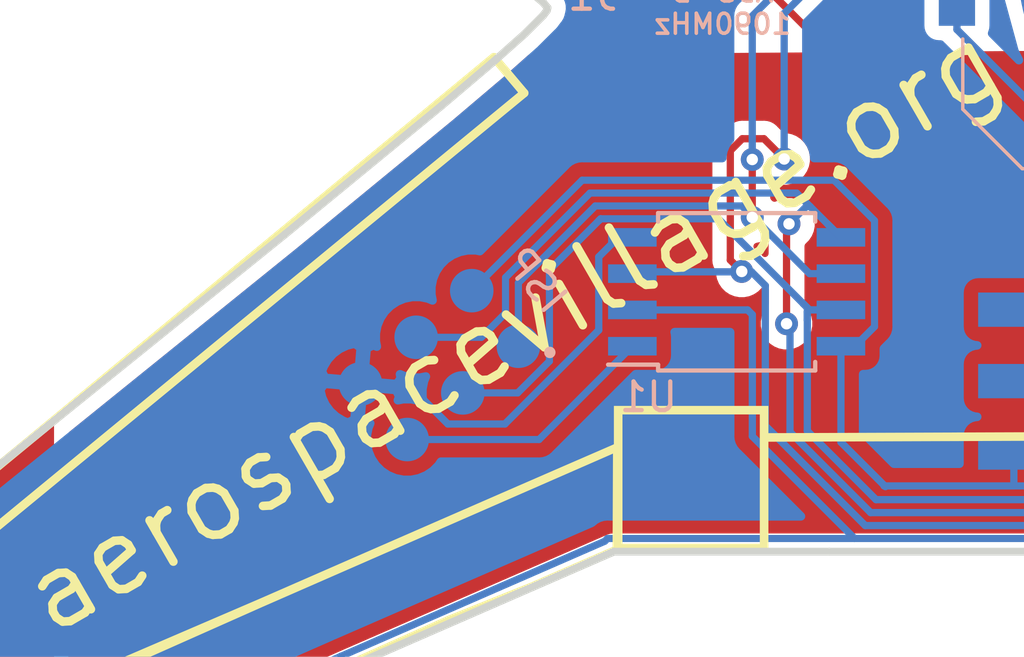
<source format=kicad_pcb>
(kicad_pcb (version 20171130) (host pcbnew 5.1.6-c6e7f7d~86~ubuntu18.04.1)
  (title_block (title "Aerospace Badge Defcon 2020") (date 2020-06-15) (rev V02) (comment 3 aerospacevillage.org) (comment 4 "Author: Dan Allen"))
  (layers (0 F.Cu signal hide) (31 B.Cu signal hide) (34 B.Paste user hide) (35 F.Paste user hide) (36 B.SilkS user hide) (37 F.SilkS user) (38 B.Mask user hide) (39 F.Mask user) (44 Edge.Cuts user))
  (net 0 "")
  (net 1 GND)
  (net 2 VCC)
  (net 3 "Net-(D1-Pad2)")
  (net 4 "Net-(D2-Pad2)")
  (net 5 "Net-(D3-Pad2)")
  (net 6 "Net-(D4-Pad2)")
  (net 7 "Net-(D5-Pad2)")
  (net 8 "Net-(J1-Pad1)")
  (net 9 "Net-(J2-Pad1)")
  (net 10 "Net-(R2-Pad1)")
  (net 11 "Net-(R4-Pad1)")
  (net 12 "Net-(BT1-Pad1)")
  (net 13 "Net-(J3-Pad1)")
  (net 14 "Net-(J3-Pad3)")
  (net 15 "Net-(J3-Pad4)")
  (net 16 "Net-(J3-Pad5)")
  (net 17 "Net-(SW1-Pad1)")
  (module aerospace_badge:badge_v02 (layer F.Cu) (at 148.31545 91.486989)
    (fp_text reference J8 hide)
    (fp_text value Conn_01x01_Male hide)
    (fp_poly (pts (xy 0.046427 -70.090461) (xy 0.30016 -67.376418) (xy 1.302684 -67.181081) (xy 2.15741 -66.679302) (xy 2.855042 -66.011644) (xy 3.386278 -65.319179) (xy 3.75783 -64.561085) (xy 3.998643 -63.748732) (xy 4.166592 -62.836126) (xy 3.386278 -62.836126) (xy 3.29946 -63.2206) (xy 2.898453 -64.068092) (xy 2.512947 -64.522328) (xy 1.96931 -64.920754) (xy 1.240671 -65.204975) (xy 0.30016 -65.319179) (xy -0.637767 -65.219445) (xy -1.36072 -64.941423) (xy -1.896088 -64.544548) (xy -2.272292 -64.087213) (xy -2.655731 -63.227833) (xy -2.734281 -62.836126) (xy -3.530613 -62.836126) (xy -3.363182 -63.764752) (xy -3.118236 -64.579172) (xy -2.360141 -65.926893) (xy -1.522984 -66.657598) (xy -0.690993 -67.169196) (xy 0.30016 -67.376418) (xy 0.046427 -70.090461) (xy -0.546301 -70.007779) (xy -0.981932 -69.840866) (xy -1.415499 -69.580416) (xy -1.845963 -69.226432) (xy -2.270744 -68.777881) (xy -2.689323 -68.234245) (xy -3.100149 -67.593974) (xy -3.501675 -66.857586) (xy -3.967281 -65.865914) (xy -4.396711 -64.802414) (xy -4.791003 -63.656231) (xy -5.15222 -62.418063) (xy -5.263327 -61.966411) (xy 5.216139 -61.966411) (xy 5.068861 -62.598413) (xy 4.56243 -64.31562) (xy 4.010528 -65.815789) (xy 3.418314 -67.095814) (xy 2.792513 -68.152597) (xy 2.469018 -68.59598) (xy 2.138807 -68.983037) (xy 1.803427 -69.312215) (xy 1.463395 -69.584032) (xy 1.11923 -69.797975) (xy 0.77248 -69.953002) (xy 0.422633 -70.049638) (xy 0.046427 -70.090461)) (layer F.Cu) (width 0))
    (fp_poly (pts (xy 10.798262 -7.538988) (xy 20.254362 -7.538988) (xy 20.254362 3.575002) (xy 10.798262 3.575002) (xy 10.798262 -7.538988)) (layer F.Cu) (width 0))
    (fp_poly (pts (xy -42.297741 3.392857) (xy -62.760058 23.958527) (xy -62.22779 24.405012) (xy -63.06495 25.402882) (xy -63.597218 24.955882) (xy -62.760058 23.958527) (xy -42.297741 3.392857) (xy -42.804172 3.801617) (xy -49.861104 9.511346) (xy -55.882441 14.447995) (xy -60.228429 18.083949) (xy -61.574084 19.249253) (xy -62.261897 19.891074) (xy -63.26752 21.035707) (xy -64.16204 22.177238) (xy -64.94442 23.314637) (xy -65.614666 24.447385) (xy -66.172254 25.574449) (xy -66.617188 26.695308) (xy -66.948433 27.809971) (xy -67.165992 28.91688) (xy -67.22542 29.472401) (xy -67.225949 29.908033) (xy -67.168587 30.212407) (xy -67.054383 30.375189) (xy -66.955164 30.37466) (xy -66.785666 30.301793) (xy -66.274068 29.966932) (xy -65.592975 29.424329) (xy -64.816277 28.728248) (xy -63.992037 27.98824) (xy -63.078399 27.23635) (xy -62.093445 26.483941) (xy -61.054749 25.743933) (xy -59.98143 25.029248) (xy -58.891058 24.352288) (xy -57.802234 23.725453) (xy -56.732532 23.161144) (xy -53.397853 21.595348) (xy -47.571334 18.961403) (xy -42.297754 16.616843) (xy -42.297741 3.392857)) (layer F.Cu) (width 0))
    (fp_poly (pts (xy 42.297611 3.240928) (xy 62.554254 23.651568) (xy 63.391412 24.649439) (xy 62.859147 25.095923) (xy 62.021986 24.098053) (xy 62.554254 23.651568) (xy 42.297611 3.240928) (xy 42.297611 16.464927) (xy 47.571191 18.809487) (xy 53.397708 21.443435) (xy 56.732389 23.009229) (xy 57.802089 23.573537) (xy 58.890913 24.200372) (xy 59.981284 24.877333) (xy 61.054604 25.592017) (xy 62.093302 26.332025) (xy 63.078253 27.084434) (xy 63.991894 27.836324) (xy 64.816132 28.576332) (xy 65.59283 29.272414) (xy 66.273925 29.815016) (xy 66.785521 30.14988) (xy 66.955021 30.222744) (xy 67.05424 30.223273) (xy 67.168444 30.060493) (xy 67.225803 29.756117) (xy 67.225274 29.320486) (xy 67.165846 28.764964) (xy 66.948287 27.658056) (xy 66.617042 26.543395) (xy 66.172108 25.422533) (xy 65.61452 24.295469) (xy 64.944278 23.162721) (xy 64.161894 22.025323) (xy 63.267378 20.883791) (xy 62.261752 19.739159) (xy 61.573938 19.097338) (xy 60.228286 17.932033) (xy 55.882299 14.296079) (xy 49.860959 9.35943) (xy 42.804027 3.649701) (xy 42.297611 3.240928)) (layer F.Cu) (width 0))
    (fp_poly (pts (xy -1.381418 2.454452) (xy 1.618582 2.454452) (xy 1.618582 67.627922) (xy -1.381418 67.627922) (xy -1.381418 2.454452)) (layer F.Cu) (width 0))
    (fp_poly (pts (xy -1.441658 -63.712712) (xy 1.558342 -63.712712) (xy 1.558342 1.460752) (xy -1.441658 1.460752) (xy -1.441658 -63.712712)) (layer F.Cu) (width 0))
    (fp_line (start 0.1079 -70.001567) (end -0.484987 -69.919165) (layer Edge.Cuts) (width 0.273381))
    (fp_line (start 0.484299 -69.960731) (end 0.1079 -70.001567) (layer Edge.Cuts) (width 0.273381))
    (fp_line (start 0.83385 -69.864254) (end 0.484299 -69.960731) (layer Edge.Cuts) (width 0.273381))
    (fp_line (start 1.180992 -69.708967) (end 0.83385 -69.864254) (layer Edge.Cuts) (width 0.273381))
    (fp_line (start 1.524963 -69.495244) (end 1.180992 -69.708967) (layer Edge.Cuts) (width 0.273381))
    (fp_line (start 1.865011 -69.223467) (end 1.524963 -69.495244) (layer Edge.Cuts) (width 0.273381))
    (fp_line (start 2.200378 -68.894005) (end 1.865011 -69.223467) (layer Edge.Cuts) (width 0.273381))
    (fp_line (start 2.530308 -68.50724) (end 2.200378 -68.894005) (layer Edge.Cuts) (width 0.273381))
    (fp_line (start 2.854047 -68.063542) (end 2.530308 -68.50724) (layer Edge.Cuts) (width 0.273381))
    (fp_line (start 3.479916 -67.006865) (end 2.854047 -68.063542) (layer Edge.Cuts) (width 0.273381))
    (fp_line (start 4.071932 -65.726975) (end 3.479916 -67.006865) (layer Edge.Cuts) (width 0.273381))
    (fp_line (start 4.624046 -64.226882) (end 4.071932 -65.726975) (layer Edge.Cuts) (width 0.273381))
    (fp_line (start 5.130205 -62.509594) (end 4.624046 -64.226882) (layer Edge.Cuts) (width 0.273381))
    (fp_line (start 5.69555 -60.085111) (end 5.130205 -62.509594) (layer Edge.Cuts) (width 0.273381))
    (fp_line (start 6.177113 -57.402479) (end 5.69555 -60.085111) (layer Edge.Cuts) (width 0.273381))
    (fp_line (start 6.577618 -54.428385) (end 6.177113 -57.402479) (layer Edge.Cuts) (width 0.273381))
    (fp_line (start 6.899796 -51.12951) (end 6.577618 -54.428385) (layer Edge.Cuts) (width 0.273381))
    (fp_line (start 7.146372 -47.472537) (end 6.899796 -51.12951) (layer Edge.Cuts) (width 0.273381))
    (fp_line (start 7.320074 -43.424148) (end 7.146372 -47.472537) (layer Edge.Cuts) (width 0.273381))
    (fp_line (start 7.423634 -38.951028) (end 7.320074 -43.424148) (layer Edge.Cuts) (width 0.273381))
    (fp_line (start 7.459776 -34.019859) (end 7.423634 -38.951028) (layer Edge.Cuts) (width 0.273381))
    (fp_line (start 7.465967 -24.725337) (end 7.459776 -34.019859) (layer Edge.Cuts) (width 0.273381))
    (fp_line (start 12.635677 -20.587087) (end 7.465967 -24.725337) (layer Edge.Cuts) (width 0.273381))
    (fp_line (start 15.778123 -18.071479) (end 12.635677 -20.587087) (layer Edge.Cuts) (width 0.273381))
    (fp_line (start 17.839494 -18.071479) (end 15.778123 -18.071479) (layer Edge.Cuts) (width 0.273381))
    (fp_line (start 19.777361 -18.071479) (end 17.839494 -18.071479) (layer Edge.Cuts) (width 0.273381))
    (fp_line (start 27.655432 -18.071479) (end 19.777361 -18.071479) (layer Edge.Cuts) (width 0.273381))
    (fp_line (start 27.633181 -15.176506) (end 27.655432 -18.071479) (layer Edge.Cuts) (width 0.273381))
    (fp_line (start 27.564826 -14.185319) (end 27.633181 -15.176506) (layer Edge.Cuts) (width 0.273381))
    (fp_line (start 27.447345 -13.437019) (end 27.564826 -14.185319) (layer Edge.Cuts) (width 0.273381))
    (fp_line (start 27.272514 -12.88562) (end 27.447345 -13.437019) (layer Edge.Cuts) (width 0.273381))
    (fp_line (start 27.032108 -12.485138) (end 27.272514 -12.88562) (layer Edge.Cuts) (width 0.273381))
    (fp_line (start 26.717897 -12.189588) (end 27.032108 -12.485138) (layer Edge.Cuts) (width 0.273381))
    (fp_line (start 26.321657 -11.95299) (end 26.717897 -12.189588) (layer Edge.Cuts) (width 0.273381))
    (fp_line (start 25.601252 -11.506714) (end 26.321657 -11.95299) (layer Edge.Cuts) (width 0.273381))
    (fp_line (start 25.332116 -11.281747) (end 25.601252 -11.506714) (layer Edge.Cuts) (width 0.273381))
    (fp_line (start 25.173924 -11.093094) (end 25.332116 -11.281747) (layer Edge.Cuts) (width 0.273381))
    (fp_line (start 25.197922 -10.997479) (end 25.173924 -11.093094) (layer Edge.Cuts) (width 0.273381))
    (fp_line (start 25.335619 -10.81685) (end 25.197922 -10.997479) (layer Edge.Cuts) (width 0.273381))
    (fp_line (start 25.977868 -10.179041) (end 25.335619 -10.81685) (layer Edge.Cuts) (width 0.273381))
    (fp_line (start 27.152123 -9.136648) (end 25.977868 -10.179041) (layer Edge.Cuts) (width 0.273381))
    (fp_line (start 28.909825 -7.646653) (end 27.152123 -9.136648) (layer Edge.Cuts) (width 0.273381))
    (fp_line (start 34.381318 -3.151795) (end 28.909825 -7.646653) (layer Edge.Cuts) (width 0.273381))
    (fp_line (start 42.803865 3.649674) (end 34.381318 -3.151795) (layer Edge.Cuts) (width 0.273381))
    (fp_line (start 49.861104 9.35947) (end 42.803865 3.649674) (layer Edge.Cuts) (width 0.273381))
    (fp_line (start 55.882134 14.296277) (end 49.861104 9.35947) (layer Edge.Cuts) (width 0.273381))
    (fp_line (start 60.228463 17.932147) (end 55.882134 14.296277) (layer Edge.Cuts) (width 0.273381))
    (fp_line (start 61.574081 19.097248) (end 60.228463 17.932147) (layer Edge.Cuts) (width 0.273381))
    (fp_line (start 62.26159 19.739132) (end 61.574081 19.097248) (layer Edge.Cuts) (width 0.273381))
    (fp_line (start 63.267536 20.883828) (end 62.26159 19.739132) (layer Edge.Cuts) (width 0.273381))
    (fp_line (start 64.161944 22.025198) (end 63.267536 20.883828) (layer Edge.Cuts) (width 0.273381))
    (fp_line (start 64.944452 23.162552) (end 64.161944 22.025198) (layer Edge.Cuts) (width 0.273381))
    (fp_line (start 65.614692 24.295202) (end 64.944452 23.162552) (layer Edge.Cuts) (width 0.273381))
    (fp_line (start 66.172301 25.422454) (end 65.614692 24.295202) (layer Edge.Cuts) (width 0.273381))
    (fp_line (start 66.616913 26.543623) (end 66.172301 25.422454) (layer Edge.Cuts) (width 0.273381))
    (fp_line (start 66.948163 27.658013) (end 66.616913 26.543623) (layer Edge.Cuts) (width 0.273381))
    (fp_line (start 67.165685 28.764937) (end 66.948163 27.658013) (layer Edge.Cuts) (width 0.273381))
    (fp_line (start 67.225155 29.32061) (end 67.165685 28.764937) (layer Edge.Cuts) (width 0.273381))
    (fp_line (start 67.225949 29.756048) (end 67.225155 29.32061) (layer Edge.Cuts) (width 0.273381))
    (fp_line (start 67.168664 30.060509) (end 67.225949 29.756048) (layer Edge.Cuts) (width 0.273381))
    (fp_line (start 67.054155 30.223247) (end 67.168664 30.060509) (layer Edge.Cuts) (width 0.273381))
    (fp_line (start 66.954799 30.222717) (end 67.054155 30.223247) (layer Edge.Cuts) (width 0.273381))
    (fp_line (start 66.785529 30.150052) (end 66.954799 30.222717) (layer Edge.Cuts) (width 0.273381))
    (fp_line (start 66.273978 29.815145) (end 66.785529 30.150052) (layer Edge.Cuts) (width 0.273381))
    (fp_line (start 65.592988 29.272522) (end 66.273978 29.815145) (layer Edge.Cuts) (width 0.273381))
    (fp_line (start 64.816047 28.57625) (end 65.592988 29.272522) (layer Edge.Cuts) (width 0.273381))
    (fp_line (start 63.992053 27.836499) (end 64.816047 28.57625) (layer Edge.Cuts) (width 0.273381))
    (fp_line (start 63.078388 27.084204) (end 63.992053 27.836499) (layer Edge.Cuts) (width 0.273381))
    (fp_line (start 62.093249 26.331898) (end 63.078388 27.084204) (layer Edge.Cuts) (width 0.273381))
    (fp_line (start 61.054834 25.592126) (end 62.093249 26.331898) (layer Edge.Cuts) (width 0.273381))
    (fp_line (start 59.981332 24.877425) (end 61.054834 25.592126) (layer Edge.Cuts) (width 0.273381))
    (fp_line (start 58.890947 24.200335) (end 59.981332 24.877425) (layer Edge.Cuts) (width 0.273381))
    (fp_line (start 57.801872 23.573394) (end 58.890947 24.200335) (layer Edge.Cuts) (width 0.273381))
    (fp_line (start 56.732304 23.009147) (end 57.801872 23.573394) (layer Edge.Cuts) (width 0.273381))
    (fp_line (start 53.397467 21.44326) (end 56.732304 23.009147) (layer Edge.Cuts) (width 0.273381))
    (fp_line (start 47.571001 18.809675) (end 53.397467 21.44326) (layer Edge.Cuts) (width 0.273381))
    (fp_line (start 40.150758 15.51049) (end 47.571001 18.809675) (layer Edge.Cuts) (width 0.273381))
    (fp_line (start 32.034585 11.947807) (end 40.150758 15.51049) (layer Edge.Cuts) (width 0.273381))
    (fp_line (start 22.852202 7.943917) (end 32.034585 11.947807) (layer Edge.Cuts) (width 0.273381))
    (fp_line (start 15.289871 7.943917) (end 22.852202 7.943917) (layer Edge.Cuts) (width 0.273381))
    (fp_line (start 7.728061 7.943917) (end 15.289871 7.943917) (layer Edge.Cuts) (width 0.273381))
    (fp_line (start 7.722902 19.494117) (end 7.728061 7.943917) (layer Edge.Cuts) (width 0.273381))
    (fp_line (start 7.696409 24.139095) (end 7.722902 19.494117) (layer Edge.Cuts) (width 0.273381))
    (fp_line (start 7.617322 28.257239) (end 7.696409 24.139095) (layer Edge.Cuts) (width 0.273381))
    (fp_line (start 7.479477 31.930484) (end 7.617322 28.257239) (layer Edge.Cuts) (width 0.273381))
    (fp_line (start 7.276703 35.240763) (end 7.479477 31.930484) (layer Edge.Cuts) (width 0.273381))
    (fp_line (start 7.002841 38.270012) (end 7.276703 35.240763) (layer Edge.Cuts) (width 0.273381))
    (fp_line (start 6.65172 41.100164) (end 7.002841 38.270012) (layer Edge.Cuts) (width 0.273381))
    (fp_line (start 6.217179 43.813154) (end 6.65172 41.100164) (layer Edge.Cuts) (width 0.273381))
    (fp_line (start 5.693053 46.490917) (end 6.217179 43.813154) (layer Edge.Cuts) (width 0.273381))
    (fp_line (start 5.315297 48.267555) (end 5.693053 46.490917) (layer Edge.Cuts) (width 0.273381))
    (fp_line (start 7.000467 49.997681) (end 5.315297 48.267555) (layer Edge.Cuts) (width 0.273381))
    (fp_line (start 10.139952 53.07456) (end 7.000467 49.997681) (layer Edge.Cuts) (width 0.273381))
    (fp_line (start 15.321923 58.042668) (end 10.139952 53.07456) (layer Edge.Cuts) (width 0.273381))
    (fp_line (start 17.907772 60.539276) (end 15.321923 58.042668) (layer Edge.Cuts) (width 0.273381))
    (fp_line (start 20.042558 62.668854) (end 17.907772 60.539276) (layer Edge.Cuts) (width 0.273381))
    (fp_line (start 21.50478 64.205647) (end 20.042558 62.668854) (layer Edge.Cuts) (width 0.273381))
    (fp_line (start 21.914458 64.681201) (end 21.50478 64.205647) (layer Edge.Cuts) (width 0.273381))
    (fp_line (start 22.07293 64.923901) (end 21.914458 64.681201) (layer Edge.Cuts) (width 0.273381))
    (fp_line (start 22.265161 66.35142) (end 22.07293 64.923901) (layer Edge.Cuts) (width 0.273381))
    (fp_line (start 22.372915 68.026431) (end 22.265161 66.35142) (layer Edge.Cuts) (width 0.273381))
    (fp_line (start 22.376937 69.419608) (end 22.372915 68.026431) (layer Edge.Cuts) (width 0.273381))
    (fp_line (start 22.334019 69.845095) (end 22.376937 69.419608) (layer Edge.Cuts) (width 0.273381))
    (fp_line (start 22.300274 69.961118) (end 22.334019 69.845095) (layer Edge.Cuts) (width 0.273381))
    (fp_line (start 22.25794 70.001628) (end 22.300274 69.961118) (layer Edge.Cuts) (width 0.273381))
    (fp_line (start 21.504838 69.721143) (end 22.25794 70.001628) (layer Edge.Cuts) (width 0.273381))
    (fp_line (start 19.654298 68.957476) (end 21.504838 69.721143) (layer Edge.Cuts) (width 0.273381))
    (fp_line (start 13.774221 66.447324) (end 19.654298 68.957476) (layer Edge.Cuts) (width 0.273381))
    (fp_line (start 9.768824 64.738679) (end 13.774221 66.447324) (layer Edge.Cuts) (width 0.273381))
    (fp_line (start 7.050167 63.645566) (end 9.768824 64.738679) (layer Edge.Cuts) (width 0.273381))
    (fp_line (start 5.347298 63.065401) (end 7.050167 63.645566) (layer Edge.Cuts) (width 0.273381))
    (fp_line (start 4.792112 62.935618) (end 5.347298 63.065401) (layer Edge.Cuts) (width 0.273381))
    (fp_line (start 4.389263 62.895602) (end 4.792112 62.935618) (layer Edge.Cuts) (width 0.273381))
    (fp_line (start 3.217759 62.897719) (end 4.389263 62.895602) (layer Edge.Cuts) (width 0.273381))
    (fp_line (start 2.609527 65.082082) (end 3.217759 62.897719) (layer Edge.Cuts) (width 0.273381))
    (fp_line (start 2.315578 66.089882) (end 2.609527 65.082082) (layer Edge.Cuts) (width 0.273381))
    (fp_line (start 2.045663 66.893689) (end 2.315578 66.089882) (layer Edge.Cuts) (width 0.273381))
    (fp_line (start 1.784477 67.51496) (end 2.045663 66.893689) (layer Edge.Cuts) (width 0.273381))
    (fp_line (start 1.516716 67.975152) (end 1.784477 67.51496) (layer Edge.Cuts) (width 0.273381))
    (fp_line (start 1.227069 68.295727) (end 1.516716 67.975152) (layer Edge.Cuts) (width 0.273381))
    (fp_line (start 0.900232 68.498138) (end 1.227069 68.295727) (layer Edge.Cuts) (width 0.273381))
    (fp_line (start 0.520901 68.60385) (end 0.900232 68.498138) (layer Edge.Cuts) (width 0.273381))
    (fp_line (start 0.073766 68.634319) (end 0.520901 68.60385) (layer Edge.Cuts) (width 0.273381))
    (fp_line (start -0.373369 68.603834) (end 0.073766 68.634319) (layer Edge.Cuts) (width 0.273381))
    (fp_line (start -0.7527 68.498075) (end -0.373369 68.603834) (layer Edge.Cuts) (width 0.273381))
    (fp_line (start -1.079537 68.295595) (end -0.7527 68.498075) (layer Edge.Cuts) (width 0.273381))
    (fp_line (start -1.369182 67.974938) (end -1.079537 68.295595) (layer Edge.Cuts) (width 0.273381))
    (fp_line (start -1.636943 67.514661) (end -1.369182 67.974938) (layer Edge.Cuts) (width 0.273381))
    (fp_line (start -1.898129 66.893306) (end -1.636943 67.514661) (layer Edge.Cuts) (width 0.273381))
    (fp_line (start -2.168043 66.089425) (end -1.898129 66.893306) (layer Edge.Cuts) (width 0.273381))
    (fp_line (start -2.461998 65.081566) (end -2.168043 66.089425) (layer Edge.Cuts) (width 0.273381))
    (fp_line (start -3.070228 62.897719) (end -2.461998 65.081566) (layer Edge.Cuts) (width 0.273381))
    (fp_line (start -4.241734 62.895602) (end -3.070228 62.897719) (layer Edge.Cuts) (width 0.273381))
    (fp_line (start -4.644578 62.935499) (end -4.241734 62.895602) (layer Edge.Cuts) (width 0.273381))
    (fp_line (start -5.199764 63.065227) (end -4.644578 62.935499) (layer Edge.Cuts) (width 0.273381))
    (fp_line (start -6.902632 63.64541) (end -5.199764 63.065227) (layer Edge.Cuts) (width 0.273381))
    (fp_line (start -9.62129 64.738621) (end -6.902632 63.64541) (layer Edge.Cuts) (width 0.273381))
    (fp_line (start -13.62669 66.447324) (end -9.62129 64.738621) (layer Edge.Cuts) (width 0.273381))
    (fp_line (start -19.506771 68.957222) (end -13.62669 66.447324) (layer Edge.Cuts) (width 0.273381))
    (fp_line (start -21.357309 69.720709) (end -19.506771 68.957222) (layer Edge.Cuts) (width 0.273381))
    (fp_line (start -22.110409 70.001112) (end -21.357309 69.720709) (layer Edge.Cuts) (width 0.273381))
    (fp_line (start -22.168053 69.962477) (end -22.110409 70.001112) (layer Edge.Cuts) (width 0.273381))
    (fp_line (start -22.213075 69.848513) (end -22.168053 69.962477) (layer Edge.Cuts) (width 0.273381))
    (fp_line (start -22.264724 69.406249) (end -22.213075 69.848513) (layer Edge.Cuts) (width 0.273381))
    (fp_line (start -22.264195 68.697626) (end -22.264724 69.406249) (layer Edge.Cuts) (width 0.273381))
    (fp_line (start -22.21058 67.745952) (end -22.264195 68.697626) (layer Edge.Cuts) (width 0.273381))
    (fp_line (start -22.05641 65.986613) (end -22.21058 67.745952) (layer Edge.Cuts) (width 0.273381))
    (fp_line (start -21.925327 64.923901) (end -22.05641 65.986613) (layer Edge.Cuts) (width 0.273381))
    (fp_line (start -21.766858 64.681201) (end -21.925327 64.923901) (layer Edge.Cuts) (width 0.273381))
    (fp_line (start -21.35718 64.205647) (end -21.766858 64.681201) (layer Edge.Cuts) (width 0.273381))
    (fp_line (start -19.894957 62.668854) (end -21.35718 64.205647) (layer Edge.Cuts) (width 0.273381))
    (fp_line (start -17.760167 60.539276) (end -19.894957 62.668854) (layer Edge.Cuts) (width 0.273381))
    (fp_line (start -15.174317 58.042668) (end -17.760167 60.539276) (layer Edge.Cuts) (width 0.273381))
    (fp_line (start -9.993722 53.07456) (end -15.174317 58.042668) (layer Edge.Cuts) (width 0.273381))
    (fp_line (start -6.857513 49.997681) (end -9.993722 53.07456) (layer Edge.Cuts) (width 0.273381))
    (fp_line (start -5.176994 48.267555) (end -6.857513 49.997681) (layer Edge.Cuts) (width 0.273381))
    (fp_line (start -5.814166 44.850191) (end -5.176994 48.267555) (layer Edge.Cuts) (width 0.273381))
    (fp_line (start -6.284391 42.234176) (end -5.814166 44.850191) (layer Edge.Cuts) (width 0.273381))
    (fp_line (start -6.653607 39.896897) (end -6.284391 42.234176) (layer Edge.Cuts) (width 0.273381))
    (fp_line (start -6.935443 37.64677) (end -6.653607 39.896897) (layer Edge.Cuts) (width 0.273381))
    (fp_line (start -7.143541 35.292208) (end -6.935443 37.64677) (layer Edge.Cuts) (width 0.273381))
    (fp_line (start -7.291533 32.641628) (end -7.143541 35.292208) (layer Edge.Cuts) (width 0.273381))
    (fp_line (start -7.393051 29.50344) (end -7.291533 32.641628) (layer Edge.Cuts) (width 0.273381))
    (fp_line (start -7.511219 20.997901) (end -7.393051 29.50344) (layer Edge.Cuts) (width 0.273381))
    (fp_line (start -7.622842 7.943917) (end -7.511219 20.997901) (layer Edge.Cuts) (width 0.273381))
    (fp_line (start -15.163982 7.943917) (end -7.622842 7.943917) (layer Edge.Cuts) (width 0.273381))
    (fp_line (start -22.705123 7.943917) (end -15.163982 7.943917) (layer Edge.Cuts) (width 0.273381))
    (fp_line (start -31.888025 11.947807) (end -22.705123 7.943917) (layer Edge.Cuts) (width 0.273381))
    (fp_line (start -40.004116 15.51049) (end -31.888025 11.947807) (layer Edge.Cuts) (width 0.273381))
    (fp_line (start -47.424181 18.809675) (end -40.004116 15.51049) (layer Edge.Cuts) (width 0.273381))
    (fp_line (start -53.25047 21.44326) (end -47.424181 18.809675) (layer Edge.Cuts) (width 0.273381))
    (fp_line (start -56.585225 23.009147) (end -53.25047 21.44326) (layer Edge.Cuts) (width 0.273381))
    (fp_line (start -57.654816 23.573394) (end -56.585225 23.009147) (layer Edge.Cuts) (width 0.273381))
    (fp_line (start -58.74395 24.200335) (end -57.654816 23.573394) (layer Edge.Cuts) (width 0.273381))
    (fp_line (start -59.834419 24.877425) (end -58.74395 24.200335) (layer Edge.Cuts) (width 0.273381))
    (fp_line (start -60.908011 25.592126) (end -59.834419 24.877425) (layer Edge.Cuts) (width 0.273381))
    (fp_line (start -61.946525 26.331898) (end -60.908011 25.592126) (layer Edge.Cuts) (width 0.273381))
    (fp_line (start -62.931746 27.084204) (end -61.946525 26.331898) (layer Edge.Cuts) (width 0.273381))
    (fp_line (start -63.845468 27.836499) (end -62.931746 27.084204) (layer Edge.Cuts) (width 0.273381))
    (fp_line (start -64.669487 28.57625) (end -63.845468 27.836499) (layer Edge.Cuts) (width 0.273381))
    (fp_line (start -65.446346 29.272527) (end -64.669487 28.57625) (layer Edge.Cuts) (width 0.273381))
    (fp_line (start -66.127158 29.815156) (end -65.446346 29.272527) (layer Edge.Cuts) (width 0.273381))
    (fp_line (start -66.638532 30.150066) (end -66.127158 29.815156) (layer Edge.Cuts) (width 0.273381))
    (fp_line (start -66.807746 30.222725) (end -66.638532 30.150066) (layer Edge.Cuts) (width 0.273381))
    (fp_line (start -66.907076 30.223255) (end -66.807746 30.222725) (layer Edge.Cuts) (width 0.273381))
    (fp_line (start -67.021667 30.060517) (end -66.907076 30.223255) (layer Edge.Cuts) (width 0.273381))
    (fp_line (start -67.079132 29.756056) (end -67.021667 30.060517) (layer Edge.Cuts) (width 0.273381))
    (fp_line (start -67.078603 29.320618) (end -67.079132 29.756056) (layer Edge.Cuts) (width 0.273381))
    (fp_line (start -67.019217 28.764945) (end -67.078603 29.320618) (layer Edge.Cuts) (width 0.273381))
    (fp_line (start -66.801703 27.658259) (end -67.019217 28.764945) (layer Edge.Cuts) (width 0.273381))
    (fp_line (start -66.470418 26.544022) (end -66.801703 27.658259) (layer Edge.Cuts) (width 0.273381))
    (fp_line (start -66.025778 25.42298) (end -66.470418 26.544022) (layer Edge.Cuts) (width 0.273381))
    (fp_line (start -65.468192 24.295876) (end -66.025778 25.42298) (layer Edge.Cuts) (width 0.273381))
    (fp_line (start -64.798079 23.163452) (end -65.468192 24.295876) (layer Edge.Cuts) (width 0.273381))
    (fp_line (start -64.015844 22.026458) (end -64.798079 23.163452) (layer Edge.Cuts) (width 0.273381))
    (fp_line (start -63.121904 20.885633) (end -64.015844 22.026458) (layer Edge.Cuts) (width 0.273381))
    (fp_line (start -62.116673 19.741725) (end -63.121904 20.885633) (layer Edge.Cuts) (width 0.273381))
    (fp_line (start -61.429555 19.100335) (end -62.116673 19.741725) (layer Edge.Cuts) (width 0.273381))
    (fp_line (start -60.084181 17.935706) (end -61.429555 19.100335) (layer Edge.Cuts) (width 0.273381))
    (fp_line (start -55.737907 14.300656) (end -60.084181 17.935706) (layer Edge.Cuts) (width 0.273381))
    (fp_line (start -49.716327 9.36442) (end -55.737907 14.300656) (layer Edge.Cuts) (width 0.273381))
    (fp_line (start -42.657913 3.65485) (end -49.716327 9.36442) (layer Edge.Cuts) (width 0.273381))
    (fp_line (start -34.206264 -3.168567) (end -42.657913 3.65485) (layer Edge.Cuts) (width 0.273381))
    (fp_line (start -28.7368 -7.661102) (end -34.206264 -3.168567) (layer Edge.Cuts) (width 0.273381))
    (fp_line (start -26.986132 -9.145552) (end -28.7368 -7.661102) (layer Edge.Cuts) (width 0.273381))
    (fp_line (start -25.819896 -10.182001) (end -26.986132 -9.145552) (layer Edge.Cuts) (width 0.273381))
    (fp_line (start -25.184393 -10.815348) (end -25.819896 -10.182001) (layer Edge.Cuts) (width 0.273381))
    (fp_line (start -25.048882 -10.994894) (end -25.184393 -10.815348) (layer Edge.Cuts) (width 0.273381))
    (fp_line (start -25.025916 -11.090504) (end -25.048882 -10.994894) (layer Edge.Cuts) (width 0.273381))
    (fp_line (start -25.184587 -11.280131) (end -25.025916 -11.090504) (layer Edge.Cuts) (width 0.273381))
    (fp_line (start -25.454041 -11.505921) (end -25.184587 -11.280131) (layer Edge.Cuts) (width 0.273381))
    (fp_line (start -26.174681 -11.952982) (end -25.454041 -11.505921) (layer Edge.Cuts) (width 0.273381))
    (fp_line (start -26.570929 -12.189583) (end -26.174681 -11.952982) (layer Edge.Cuts) (width 0.273381))
    (fp_line (start -26.885143 -12.485136) (end -26.570929 -12.189583) (layer Edge.Cuts) (width 0.273381))
    (fp_line (start -27.125551 -12.885622) (end -26.885143 -12.485136) (layer Edge.Cuts) (width 0.273381))
    (fp_line (start -27.300383 -13.437024) (end -27.125551 -12.885622) (layer Edge.Cuts) (width 0.273381))
    (fp_line (start -27.41786 -14.18533) (end -27.300383 -13.437024) (layer Edge.Cuts) (width 0.273381))
    (fp_line (start -27.486213 -15.176514) (end -27.41786 -14.18533) (layer Edge.Cuts) (width 0.273381))
    (fp_line (start -27.508464 -18.071471) (end -27.486213 -15.176514) (layer Edge.Cuts) (width 0.273381))
    (fp_line (start -22.433322 -18.071471) (end -27.508464 -18.071471) (layer Edge.Cuts) (width 0.273381))
    (fp_line (start -17.655318 -18.071471) (end -22.433322 -18.071471) (layer Edge.Cuts) (width 0.273381))
    (fp_line (start -15.68283 -18.071471) (end -17.655318 -18.071471) (layer Edge.Cuts) (width 0.273381))
    (fp_line (start -12.427214 -20.65426) (end -15.68283 -18.071471) (layer Edge.Cuts) (width 0.273381))
    (fp_line (start -7.444573 -24.647814) (end -12.427214 -20.65426) (layer Edge.Cuts) (width 0.273381))
    (fp_line (start -7.265773 -36.715293) (end -7.444573 -24.647814) (layer Edge.Cuts) (width 0.273381))
    (fp_line (start -7.13427 -42.72347) (end -7.265773 -36.715293) (layer Edge.Cuts) (width 0.273381))
    (fp_line (start -6.923712 -47.931163) (end -7.13427 -42.72347) (layer Edge.Cuts) (width 0.273381))
    (fp_line (start -6.624098 -52.416975) (end -6.923712 -47.931163) (layer Edge.Cuts) (width 0.273381))
    (fp_line (start -6.43777 -54.413735) (end -6.624098 -52.416975) (layer Edge.Cuts) (width 0.273381))
    (fp_line (start -6.225426 -56.259503) (end -6.43777 -54.413735) (layer Edge.Cuts) (width 0.273381))
    (fp_line (start -5.985819 -57.964097) (end -6.225426 -56.259503) (layer Edge.Cuts) (width 0.273381))
    (fp_line (start -5.717699 -59.537344) (end -5.985819 -57.964097) (layer Edge.Cuts) (width 0.273381))
    (fp_line (start -5.419815 -60.98907) (end -5.717699 -59.537344) (layer Edge.Cuts) (width 0.273381))
    (fp_line (start -5.090914 -62.329103) (end -5.419815 -60.98907) (layer Edge.Cuts) (width 0.273381))
    (fp_line (start -4.72975 -63.56726) (end -5.090914 -62.329103) (layer Edge.Cuts) (width 0.273381))
    (fp_line (start -4.335068 -64.713374) (end -4.72975 -63.56726) (layer Edge.Cuts) (width 0.273381))
    (fp_line (start -3.905626 -65.777264) (end -4.335068 -64.713374) (layer Edge.Cuts) (width 0.273381))
    (fp_line (start -3.440165 -66.768758) (end -3.905626 -65.777264) (layer Edge.Cuts) (width 0.273381))
    (fp_line (start -3.038687 -67.505337) (end -3.440165 -66.768758) (layer Edge.Cuts) (width 0.273381))
    (fp_line (start -2.627916 -68.145213) (end -3.038687 -67.505337) (layer Edge.Cuts) (width 0.273381))
    (fp_line (start -2.209292 -68.689107) (end -2.627916 -68.145213) (layer Edge.Cuts) (width 0.273381))
    (fp_line (start -1.784249 -69.137732) (end -2.209292 -68.689107) (layer Edge.Cuts) (width 0.273381))
    (fp_line (start -1.354227 -69.491805) (end -1.784249 -69.137732) (layer Edge.Cuts) (width 0.273381))
    (fp_line (start -0.92066 -69.752044) (end -1.354227 -69.491805) (layer Edge.Cuts) (width 0.273381))
    (fp_line (start -0.484987 -69.919165) (end -0.92066 -69.752044) (layer Edge.Cuts) (width 0.273381))
    (pad 1 smd rect (at 0.06604 0.56642) (size 1.524 1.524) (layers F.Cu F.Paste) (net 8 "Net-(J1-Pad1)"))
    (pad 1 smd rect (at 0.06604 3.33502) (size 1.524 1.524) (layers F.Cu F.Paste) (net 8 "Net-(J1-Pad1)"))
  )
  (module aerospace_badge:isp_pad (layer B.Cu) (at 119.507 92.9005 130)
    (fp_text reference J3 hide)
    (fp_text value Conn_02x03_Counter_Clockwise)
    (pad 1 smd circle (at -1.27 2.54 130) (size 1.524 1.524) (layers B.Cu B.Paste B.Mask) (net 13 "Net-(J3-Pad1)"))
    (pad 2 smd circle (at 1.27 2.54 130) (size 1.524 1.524) (layers B.Cu B.Paste B.Mask) (net 2 VCC))
    (pad 3 smd circle (at -1.27 0 130) (size 1.524 1.524) (layers B.Cu B.Paste B.Mask) (net 14 "Net-(J3-Pad3)"))
    (pad 4 smd circle (at 1.27 0 130) (size 1.524 1.524) (layers B.Cu B.Paste B.Mask) (net 15 "Net-(J3-Pad4)"))
    (pad 5 smd circle (at -1.27 -2.54 130) (size 1.524 1.524) (layers B.Cu B.Paste B.Mask) (net 16 "Net-(J3-Pad5)"))
    (pad 6 smd circle (at 1.27 -2.54 130) (size 1.524 1.524) (layers B.Cu B.Paste B.Mask) (net 1 GND))
  )
  (module aerospace_badge:wire_terminal_sr99s01 (layer F.Cu) (at 151.384 123.7799 270)
    (fp_text reference J6 (at 3.6449 -2.2987 90) (layer B.SilkS) (effects (justify mirror)))
    (fp_text value Conn_01x01_Male)
    (pad "" thru_hole rect (at 7.5 0 270) (size 2.5 2.5) (drill 1.5) (layers *.Cu *.Mask))
    (pad 1 thru_hole rect (at 0 0 270) (size 2.5 2.5) (drill 1.5) (layers *.Cu *.Mask) (net 9 "Net-(J2-Pad1)"))
  )
  (module aerospace_badge:wire_terminal_sr99s01 (layer F.Cu) (at 151.384 109.6264 90)
    (fp_text reference J7 (at 3.683 2.5527 90) (layer B.SilkS) (effects (justify mirror)))
    (fp_text value Conn_01x01_Male)
    (pad "" thru_hole rect (at 7.5 0 90) (size 2.5 2.5) (drill 1.5) (layers *.Cu *.Mask))
    (pad 1 thru_hole rect (at 0 0 90) (size 2.5 2.5) (drill 1.5) (layers *.Cu *.Mask) (net 9 "Net-(J2-Pad1)"))
  )
  (module aerospace_badge:switch_JS202011SCQN (layer B.Cu) (at 142.3602 93.4612 270)
    (fp_text reference SW1 (at 0.44196 -5.04952 270) (layer B.SilkS) (effects (justify mirror)))
    (fp_text value SW_SPDT)
    (pad 1 smd rect (at -2.5 -2.75 270) (size 1.2 2.5) (layers B.Cu B.Paste B.Mask) (net 17 "Net-(SW1-Pad1)"))
    (pad 2 smd rect (at 0 -2.75 270) (size 1.2 2.5) (layers B.Cu B.Paste B.Mask) (net 12 "Net-(BT1-Pad1)"))
    (pad 3 smd rect (at 2.5 -2.75 270) (size 1.2 2.5) (layers B.Cu B.Paste B.Mask) (net 2 VCC))
    (pad 1 smd rect (at -2.5 2.75 270) (size 1.2 2.5) (layers B.Cu B.Paste B.Mask) (net 17 "Net-(SW1-Pad1)"))
    (pad 2 smd rect (at 0 2.75 270) (size 1.2 2.5) (layers B.Cu B.Paste B.Mask) (net 12 "Net-(BT1-Pad1)"))
    (pad 3 smd rect (at 2.5 2.75 270) (size 1.2 2.5) (layers B.Cu B.Paste B.Mask) (net 2 VCC))
  )
  (module sunled:XZMYK45WT-9 (layer B.Cu) (at 148.3868 26.7208 180)
    (fp_text reference D1 (at -1.8253 2.5146 90) (layer B.SilkS) (effects (justify mirror)))
    (fp_text value LED hide)
    (pad 1 smd rect (at -2.6 0 180) (size 1.4 2.6) (layers B.Cu B.Paste B.Mask) (net 1 GND))
    (pad 2 smd rect (at 2.6 0 180) (size 1.4 2.6) (layers B.Cu B.Paste B.Mask) (net 3 "Net-(D1-Pad2)"))
  )
  (module sunled:XZM2CRK45WT-9 (layer B.Cu) (at 86.178395 115.666201 35)
    (fp_text reference D3 (at 5.10286 0.325119 -235) (layer B.SilkS) (effects (justify mirror)))
    (fp_text value LED hide)
    (pad 1 smd rect (at -2.6 0 35) (size 1.4 2.6) (layers B.Cu B.Paste B.Mask) (net 1 GND))
    (pad 2 smd rect (at 2.6 0 35) (size 1.4 2.6) (layers B.Cu B.Paste B.Mask) (net 5 "Net-(D3-Pad2)"))
  )
  (module sunled:XZDGK45WT-9 (layer B.Cu) (at 210.7184 115.5319 140)
    (fp_text reference D2 (at 4.21386 0.0889 50) (layer B.SilkS) (effects (justify mirror)))
    (fp_text value LED hide)
    (pad 2 smd rect (at 2.6 0 140) (size 1.4 2.6) (layers B.Cu B.Paste B.Mask) (net 4 "Net-(D2-Pad2)"))
    (pad 1 smd rect (at -2.6 0 140) (size 1.4 2.6) (layers B.Cu B.Paste B.Mask) (net 1 GND))
  )
  (module Battery:BatteryHolder_Keystone_3034_1x20mm (layer B.Cu) (at 148.6027 78.486)
    (fp_text reference BT1 (at 0.0381 11.6332) (layer B.SilkS) (effects (justify mirror)))
    (fp_text value Battery_Cell hide)
    (pad 1 smd rect (at -10.985 0) (size 1.27 5.08) (layers B.Cu B.Paste B.Mask) (net 12 "Net-(BT1-Pad1)"))
    (pad 1 smd rect (at 10.985 0) (size 1.27 5.08) (layers B.Cu B.Paste B.Mask) (net 12 "Net-(BT1-Pad1)"))
    (pad 2 smd circle (at 0 0) (size 17.8 17.8) (layers B.Cu B.Mask) (net 1 GND))
  )
  (module aerospace_badge:linx_sma_jack_female_socket (layer B.Cu) (at 169.8498 75.9516 180)
    (fp_text reference J2 (at 6.2865 -0.2738) (layer B.SilkS) (effects (justify mirror)))
    (fp_text value Conn_01x02)
    (pad 2 smd rect (at 4.26 0 180) (size 1.6 4.9) (layers F.Cu F.Paste F.Mask) (net 1 GND))
    (pad 2 smd rect (at -4.26 0 180) (size 1.6 4.9) (layers F.Cu F.Paste F.Mask) (net 1 GND))
    (pad 2 smd rect (at 4.26 0 180) (size 1.6 4.9) (layers B.Cu B.Paste B.Mask) (net 1 GND))
    (pad 1 smd rect (at 0 -0.35 180) (size 1.6 5.6) (layers B.Cu B.Paste B.Mask) (net 9 "Net-(J2-Pad1)"))
    (pad 2 smd rect (at -4.26 0 180) (size 1.6 4.9) (layers B.Cu B.Paste B.Mask) (net 1 GND))
  )
  (module Resistors_SMD:R_1206_3216Metric (layer B.Cu) (at 145.5166 31.2136 90)
    (fp_text reference R1 (at 0 1.82 270) (layer B.SilkS) (effects (justify mirror)))
    (fp_text value 330)
    (pad 2 smd roundrect (at 1.4 0 90) (size 1.25 1.75) (layers B.Cu B.Paste B.Mask) (roundrect_rratio 0.2) (net 3 "Net-(D1-Pad2)"))
    (pad 1 smd roundrect (at -1.4 0 90) (size 1.25 1.75) (layers B.Cu B.Paste B.Mask) (roundrect_rratio 0.2) (net 13 "Net-(J3-Pad1)"))
  )
  (module Resistors_SMD:R_1206_3216Metric (layer B.Cu) (at 204.1876 110.9472)
    (fp_text reference R2 (at 0 1.82) (layer B.SilkS) (effects (justify mirror)))
    (fp_text value 330)
    (pad 2 smd roundrect (at 1.4 0) (size 1.25 1.75) (layers B.Cu B.Paste B.Mask) (roundrect_rratio 0.2) (net 4 "Net-(D2-Pad2)"))
    (pad 1 smd roundrect (at -1.4 0) (size 1.25 1.75) (layers B.Cu B.Paste B.Mask) (roundrect_rratio 0.2) (net 10 "Net-(R2-Pad1)"))
  )
  (module Resistors_SMD:R_1206_3216Metric (layer B.Cu) (at 93.0813 110.6932 180)
    (fp_text reference R3 (at 0 1.82) (layer B.SilkS) (effects (justify mirror)))
    (fp_text value 330)
    (pad 2 smd roundrect (at 1.4 0 180) (size 1.25 1.75) (layers B.Cu B.Paste B.Mask) (roundrect_rratio 0.2) (net 5 "Net-(D3-Pad2)"))
    (pad 1 smd roundrect (at -1.4 0 180) (size 1.25 1.75) (layers B.Cu B.Paste B.Mask) (roundrect_rratio 0.2) (net 10 "Net-(R2-Pad1)"))
  )
  (module Resistors_SMD:R_1206_3216Metric (layer B.Cu) (at 143.5608 123.4918 270)
    (fp_text reference R4 (at 0.2062 -2.1336 270) (layer B.SilkS) (effects (justify mirror)))
    (fp_text value 330)
    (pad 2 smd roundrect (at 1.4 0 270) (size 1.25 1.75) (layers B.Cu B.Paste B.Mask) (roundrect_rratio 0.2) (net 6 "Net-(D4-Pad2)"))
    (pad 1 smd roundrect (at -1.4 0 270) (size 1.25 1.75) (layers B.Cu B.Paste B.Mask) (roundrect_rratio 0.2) (net 11 "Net-(R4-Pad1)"))
  )
  (module Resistors_SMD:R_1206_3216Metric (layer B.Cu) (at 152.5397 47.7677 90)
    (fp_text reference R5 (at 0.0284 -1.9304 270) (layer B.SilkS) (effects (justify mirror)))
    (fp_text value 330)
    (pad 2 smd roundrect (at 1.4 0 90) (size 1.25 1.75) (layers B.Cu B.Paste B.Mask) (roundrect_rratio 0.2) (net 7 "Net-(D5-Pad2)"))
    (pad 1 smd roundrect (at -1.4 0 90) (size 1.25 1.75) (layers B.Cu B.Paste B.Mask) (roundrect_rratio 0.2) (net 11 "Net-(R4-Pad1)"))
  )
  (module Package_SO:SOIJ-8_5.3x5.3mm_P1.27mm (layer B.Cu) (at 129.9083 90.3351)
    (fp_text reference U1 (at -3.0861 3.683) (layer B.SilkS) (effects (justify mirror)))
    (fp_text value ATtiny85-20SU)
    (pad 8 smd rect (at 3.65 1.905) (size 1.7 0.65) (layers B.Cu B.Paste B.Mask) (net 2 VCC))
    (pad 7 smd rect (at 3.65 0.635) (size 1.7 0.65) (layers B.Cu B.Paste B.Mask) (net 14 "Net-(J3-Pad3)"))
    (pad 6 smd rect (at 3.65 -0.635) (size 1.7 0.65) (layers B.Cu B.Paste B.Mask) (net 13 "Net-(J3-Pad1)"))
    (pad 5 smd rect (at 3.65 -1.905) (size 1.7 0.65) (layers B.Cu B.Paste B.Mask) (net 15 "Net-(J3-Pad4)"))
    (pad 4 smd rect (at -3.65 -1.905) (size 1.7 0.65) (layers B.Cu B.Paste B.Mask) (net 1 GND))
    (pad 3 smd rect (at -3.65 -0.635) (size 1.7 0.65) (layers B.Cu B.Paste B.Mask) (net 11 "Net-(R4-Pad1)"))
    (pad 2 smd rect (at -3.65 0.635) (size 1.7 0.65) (layers B.Cu B.Paste B.Mask) (net 10 "Net-(R2-Pad1)"))
    (pad 1 smd rect (at -3.65 1.905) (size 1.7 0.65) (layers B.Cu B.Paste B.Mask) (net 16 "Net-(J3-Pad5)"))
  )
  (module aerospace_badge:led_in-s124ar (layer B.Cu) (at 143.6624 129.2733 90)
    (fp_text reference D4 (at 2.2077 1.8923 90) (layer B.SilkS) (effects (justify mirror)))
    (fp_text value LED)
    (pad "" np_thru_hole circle (at 0 0 90) (size 2.4 2.4) (drill 2.4) (layers *.Cu *.Mask))
    (pad 2 smd rect (at 1.56 0 90) (size 1.08 1.25) (layers B.Cu B.Paste B.Mask) (net 6 "Net-(D4-Pad2)"))
    (pad 1 smd rect (at -1.56 0 90) (size 1.08 1.25) (layers B.Cu B.Paste B.Mask) (net 1 GND))
  )
  (module aerospace_badge:led_in-s124ar (layer B.Cu) (at 152.4381 42.9662 270)
    (fp_text reference D5 (at -3.7867 -1.0414 90) (layer B.SilkS) (effects (justify mirror)))
    (fp_text value LED)
    (pad 1 smd rect (at -1.56 0 270) (size 1.08 1.25) (layers B.Cu B.Paste B.Mask) (net 1 GND))
    (pad 2 smd rect (at 1.56 0 270) (size 1.08 1.25) (layers B.Cu B.Paste B.Mask) (net 7 "Net-(D5-Pad2)"))
    (pad "" np_thru_hole circle (at 0 0 270) (size 2.4 2.4) (drill 2.4) (layers *.Cu *.Mask))
  )
  (module Connector_PinHeader_2.54mm:PinHeader_1x04_P2.54mm_Vertical (layer B.Cu) (at 143.3322 102.7811 180)
    (fp_text reference J4 (at 0 2.33) (layer B.SilkS) (effects (justify mirror)))
    (fp_text value Conn_01x04)
    (pad 1 thru_hole rect (at 0 0 180) (size 1.7 1.7) (drill 1) (layers *.Cu *.Mask) (net 14 "Net-(J3-Pad3)"))
    (pad 2 thru_hole oval (at 0 -2.54 180) (size 1.7 1.7) (drill 1) (layers *.Cu *.Mask) (net 15 "Net-(J3-Pad4)"))
    (pad 3 thru_hole oval (at 0 -5.08 180) (size 1.7 1.7) (drill 1) (layers *.Cu *.Mask) (net 1 GND))
    (pad 4 thru_hole oval (at 0 -7.62 180) (size 1.7 1.7) (drill 1) (layers *.Cu *.Mask) (net 2 VCC))
  )
  (module aerospace_badge:linx_sma_jack_female_socket (layer B.Cu) (at 126.746 75.9206 180)
    (fp_text reference J1 (at 1.8796 -4.0513) (layer B.SilkS) (effects (justify mirror)))
    (fp_text value Conn_01x02)
    (pad 2 smd rect (at -4.26 0 180) (size 1.6 4.9) (layers B.Cu B.Paste B.Mask) (net 1 GND))
    (pad 1 smd rect (at 0 -0.35 180) (size 1.6 5.6) (layers B.Cu B.Paste B.Mask) (net 8 "Net-(J1-Pad1)"))
    (pad 2 smd rect (at 4.26 0 180) (size 1.6 4.9) (layers B.Cu B.Paste B.Mask) (net 1 GND))
    (pad 2 smd rect (at -4.26 0 180) (size 1.6 4.9) (layers F.Cu F.Paste F.Mask) (net 1 GND))
    (pad 2 smd rect (at 4.26 0 180) (size 1.6 4.9) (layers F.Cu F.Paste F.Mask) (net 1 GND))
  )
  (gr_text captechu.edu (at 184.5183 97.8408 330) (layer B.SilkS) (effects (font (size 3 3) (thickness 0.5)) (justify mirror)))
  (gr_text OFF (at 142.1638 88.6714) (layer B.SilkS) (effects (font (size 1.5 1.5) (thickness 0.3)) (justify mirror)))
  (gr_text ON (at 142.4813 98.044) (layer B.SilkS) (effects (font (size 1.5 1.5) (thickness 0.3)) (justify mirror)))
  (gr_text VCC (at 146.1897 110.4265) (layer B.SilkS) (effects (font (size 1 1)) (justify mirror)))
  (gr_text "ACARS 131.550MHz\n1.779' / each wire" (at 167.7162 80.5688) (layer B.SilkS) (effects (font (size 0.7 0.7) (thickness 0.125)) (justify mirror)))
  (gr_text "ADS-B\n1090MHz" (at 129.413 80.4037) (layer B.SilkS) (effects (font (size 0.7 0.7) (thickness 0.125)) (justify mirror)))
  (gr_text JLCJLCJLCJLC (at 148.5519 68.7832) (layer B.SilkS) (effects (font (size 1 1)) (justify mirror)))
  (gr_text aerospacevillage.org (at 122.047 91.6178 30) (layer F.SilkS) (effects (font (size 2.5 2.5) (thickness 0.3))))
  (gr_text v02 (at 128.8161 158.3309) (layer B.Cu) (effects (font (size 1.5 1.5) (thickness 0.3)) (justify mirror)))
  (gr_text ISP (at 122.8725 89.9287 310) (layer B.SilkS) (effects (font (size 1 1)) (justify mirror)))
  (gr_text GND (at 146.2151 107.9246) (layer B.SilkS) (effects (font (size 1 1)) (justify mirror)))
  (gr_text SDA (at 146.1389 105.3592) (layer B.SilkS) (effects (font (size 1 1)) (justify mirror)))
  (gr_text SCL (at 145.9992 102.7938) (layer B.SilkS) (effects (font (size 1 1)) (justify mirror)))
  (segment (start 84.03909 116.365854) (end 84.03909 115.04611) (width 0.254) (layer B.Cu) (net 1))
  (segment (start 84.0486 117.1575) (end 84.0486 116.375364) (width 0.254) (layer B.Cu) (net 1))
  (segment (start 84.0486 116.375364) (end 84.03909 116.365854) (width 0.254) (layer B.Cu) (net 1))
  (segment (start 212.710116 117.203148) (end 212.710116 114.668525) (width 0.254) (layer B.Cu) (net 1))
  (segment (start 131.006 75.9206) (end 130.2258 75.9206) (width 0.254) (layer B.Cu) (net 1))
  (via (at 129.1209 74.7903) (size 0.8) (drill 0.4) (layers F.Cu B.Cu) (net 1))
  (segment (start 130.2258 75.9206) (end 129.1209 74.8157) (width 0.254) (layer B.Cu) (net 1))
  (segment (start 129.1209 74.8157) (end 129.1209 74.7903) (width 0.254) (layer B.Cu) (net 1))
  (segment (start 129.1209 74.7903) (end 134.2644 74.7903) (width 0.254) (layer F.Cu) (net 1))
  (via (at 134.2644 74.7903) (size 0.8) (drill 0.4) (layers F.Cu B.Cu) (net 1))
  (segment (start 125.081299 89.113499) (end 125.764698 88.4301) (width 0.254) (layer B.Cu) (net 1))
  (segment (start 125.764698 88.4301) (end 126.2583 88.4301) (width 0.254) (layer B.Cu) (net 1))
  (segment (start 125.081299 91.67649) (end 125.081299 89.113499) (width 0.254) (layer B.Cu) (net 1))
  (segment (start 121.795412 94.962377) (end 125.081299 91.67649) (width 0.254) (layer B.Cu) (net 1))
  (segment (start 119.800619 94.962377) (end 121.795412 94.962377) (width 0.254) (layer B.Cu) (net 1))
  (segment (start 118.398546 93.560304) (end 119.800619 94.962377) (width 0.254) (layer B.Cu) (net 1))
  (segment (start 116.744907 93.560304) (end 118.398546 93.560304) (width 0.254) (layer B.Cu) (net 1))
  (segment (start 212.710116 114.668525) (end 212.420425 114.668525) (width 0.254) (layer B.Cu) (net 1))
  (segment (start 212.420425 114.668525) (end 209.2452 111.4933) (width 0.254) (layer B.Cu) (net 1))
  (segment (start 209.2452 111.4933) (end 209.1817 111.4298) (width 0.254) (layer B.Cu) (net 1))
  (segment (start 84.57881 114.50639) (end 86.31239 114.50639) (width 0.254) (layer B.Cu) (net 1))
  (segment (start 84.03909 115.04611) (end 84.57881 114.50639) (width 0.254) (layer B.Cu) (net 1))
  (segment (start 86.31239 113.725789) (end 87.922579 112.1156) (width 0.254) (layer B.Cu) (net 1))
  (segment (start 86.31239 114.50639) (end 86.31239 113.725789) (width 0.254) (layer B.Cu) (net 1))
  (segment (start 165.5771 75.661) (end 174.0971 75.661) (width 0.254) (layer F.Cu) (net 1))
  (segment (start 143.223969 112.251293) (end 144.509201 110.966061) (width 0.254) (layer B.Cu) (net 1))
  (segment (start 142.285802 120.670402) (end 142.285802 112.364602) (width 0.254) (layer B.Cu) (net 1))
  (segment (start 142.3924 120.777) (end 142.285802 120.670402) (width 0.254) (layer B.Cu) (net 1))
  (segment (start 144.395361 130.800301) (end 145.189401 130.006261) (width 0.254) (layer B.Cu) (net 1))
  (segment (start 144.509201 110.966061) (end 144.509201 109.038101) (width 0.254) (layer B.Cu) (net 1))
  (segment (start 143.6624 130.81) (end 143.672099 130.800301) (width 0.254) (layer B.Cu) (net 1))
  (segment (start 144.509201 109.038101) (end 143.3322 107.8611) (width 0.254) (layer B.Cu) (net 1))
  (segment (start 143.672099 130.800301) (end 144.395361 130.800301) (width 0.254) (layer B.Cu) (net 1))
  (segment (start 145.189401 130.006261) (end 145.189401 121.389601) (width 0.254) (layer B.Cu) (net 1))
  (segment (start 144.5768 120.777) (end 142.3924 120.777) (width 0.254) (layer B.Cu) (net 1))
  (segment (start 143.6624 130.8333) (end 143.6624 130.81) (width 0.254) (layer B.Cu) (net 1))
  (segment (start 145.189401 121.389601) (end 144.5768 120.777) (width 0.254) (layer B.Cu) (net 1))
  (segment (start 151.5631 41.4062) (end 150.9014 42.0679) (width 0.25) (layer B.Cu) (net 1))
  (segment (start 152.4381 41.4062) (end 151.5631 41.4062) (width 0.25) (layer B.Cu) (net 1))
  (segment (start 150.9014 42.0679) (end 150.9014 51.151362) (width 0.25) (layer B.Cu) (net 1))
  (segment (start 150.9014 51.151362) (end 148.519106 53.533656) (width 0.25) (layer B.Cu) (net 1))
  (segment (start 148.519106 53.533656) (end 141.988704 53.533656) (width 0.25) (layer B.Cu) (net 1))
  (segment (start 142.024042 51.919068) (end 142.19471 51.7484) (width 0.25) (layer B.Cu) (net 1))
  (segment (start 141.988704 53.533656) (end 142.024042 51.919068) (width 0.25) (layer B.Cu) (net 1))
  (segment (start 142.19471 47.6463) (end 142.34711 47.4939) (width 0.25) (layer B.Cu) (net 1))
  (segment (start 142.19471 51.7484) (end 142.19471 47.6463) (width 0.25) (layer B.Cu) (net 1))
  (segment (start 142.34711 45.2841) (end 142.510116 45.121094) (width 0.25) (layer B.Cu) (net 1))
  (segment (start 142.34711 47.4939) (end 142.34711 45.2841) (width 0.25) (layer B.Cu) (net 1))
  (segment (start 142.510116 40.663394) (end 142.677859 40.495651) (width 0.25) (layer B.Cu) (net 1))
  (segment (start 142.510116 45.121094) (end 142.510116 40.663394) (width 0.25) (layer B.Cu) (net 1))
  (segment (start 142.677859 38.476351) (end 142.840958 38.313252) (width 0.25) (layer B.Cu) (net 1))
  (segment (start 142.677859 40.495651) (end 142.677859 38.476351) (width 0.25) (layer B.Cu) (net 1))
  (segment (start 142.840958 36.677271) (end 142.994444 35.343114) (width 0.25) (layer B.Cu) (net 1))
  (segment (start 142.840958 38.313252) (end 142.840958 36.677271) (width 0.25) (layer B.Cu) (net 1))
  (segment (start 146.842476 33.100914) (end 146.842476 28.598385) (width 0.25) (layer B.Cu) (net 1))
  (segment (start 142.994444 35.343114) (end 144.600276 35.343114) (width 0.25) (layer B.Cu) (net 1))
  (segment (start 144.600276 35.343114) (end 146.842476 33.100914) (width 0.25) (layer B.Cu) (net 1))
  (segment (start 150.9868 28.2708) (end 150.9868 26.7208) (width 0.25) (layer B.Cu) (net 1))
  (segment (start 150.659215 28.598385) (end 150.9868 28.2708) (width 0.25) (layer B.Cu) (net 1))
  (segment (start 146.842476 28.598385) (end 150.659215 28.598385) (width 0.25) (layer B.Cu) (net 1))
  (segment (start 143.11066 112.364602) (end 143.223969 112.251293) (width 0.25) (layer B.Cu) (net 1))
  (segment (start 142.285802 112.364602) (end 143.11066 112.364602) (width 0.25) (layer B.Cu) (net 1))
  (segment (start 139.6102 95.9612) (end 145.1102 95.9612) (width 0.254) (layer B.Cu) (net 2))
  (segment (start 134.733301 87.845099) (end 134.733301 91.555101) (width 0.25) (layer B.Cu) (net 2))
  (segment (start 133.318272 86.43007) (end 134.733301 87.845099) (width 0.25) (layer B.Cu) (net 2))
  (segment (start 134.048302 92.2401) (end 133.5583 92.2401) (width 0.25) (layer B.Cu) (net 2))
  (segment (start 134.733301 91.555101) (end 134.048302 92.2401) (width 0.25) (layer B.Cu) (net 2))
  (segment (start 124.501286 86.43007) (end 133.318272 86.43007) (width 0.25) (layer B.Cu) (net 2))
  (segment (start 120.636413 90.294943) (end 124.501286 86.43007) (width 0.25) (layer B.Cu) (net 2))
  (segment (start 141.1142 95.9612) (end 139.6102 95.9612) (width 0.254) (layer B.Cu) (net 2))
  (segment (start 142.155199 109.224099) (end 142.155199 107.110141) (width 0.254) (layer B.Cu) (net 2))
  (segment (start 143.3322 110.4011) (end 142.155199 109.224099) (width 0.254) (layer B.Cu) (net 2))
  (segment (start 142.155199 107.110141) (end 142.767239 106.498101) (width 0.254) (layer B.Cu) (net 2))
  (segment (start 142.767239 106.498101) (end 143.897161 106.498101) (width 0.254) (layer B.Cu) (net 2))
  (segment (start 143.897161 106.498101) (end 144.509201 105.886061) (width 0.254) (layer B.Cu) (net 2))
  (segment (start 144.509201 105.886061) (end 144.509201 99.356201) (width 0.254) (layer B.Cu) (net 2))
  (segment (start 133.5583 92.2401) (end 133.5583 95.598) (width 0.254) (layer B.Cu) (net 2))
  (segment (start 133.5583 95.598) (end 135.115466 97.155166) (width 0.254) (layer B.Cu) (net 2))
  (segment (start 135.064832 97.1296) (end 139.6111 97.1296) (width 0.254) (layer B.Cu) (net 2))
  (segment (start 139.6102 97.103632) (end 139.6102 95.9612) (width 0.254) (layer B.Cu) (net 2))
  (segment (start 142.2826 97.1296) (end 139.6111 97.1296) (width 0.25) (layer B.Cu) (net 2))
  (segment (start 144.509201 99.356201) (end 142.2826 97.1296) (width 0.25) (layer B.Cu) (net 2))
  (segment (start 145.5166 26.296) (end 145.6379 26.1747) (width 0.25) (layer B.Cu) (net 3))
  (segment (start 145.5166 29.8136) (end 145.5166 26.296) (width 0.25) (layer B.Cu) (net 3))
  (segment (start 205.813232 110.9472) (end 208.726684 113.860652) (width 0.25) (layer B.Cu) (net 4))
  (segment (start 205.5876 110.9472) (end 205.813232 110.9472) (width 0.25) (layer B.Cu) (net 4))
  (segment (start 91.6813 110.801792) (end 88.30819 114.174902) (width 0.25) (layer B.Cu) (net 5))
  (segment (start 91.6813 110.6932) (end 91.6813 110.801792) (width 0.25) (layer B.Cu) (net 5))
  (segment (start 143.5608 127.6117) (end 143.6624 127.7133) (width 0.25) (layer B.Cu) (net 6))
  (segment (start 143.5608 124.8918) (end 143.5608 127.6117) (width 0.25) (layer B.Cu) (net 6))
  (segment (start 152.5397 44.6278) (end 152.4381 44.5262) (width 0.254) (layer B.Cu) (net 7))
  (segment (start 152.5397 46.3677) (end 152.5397 44.6278) (width 0.254) (layer B.Cu) (net 7))
  (segment (start 148.38149 92.053409) (end 145.228309 92.053409) (width 0.254) (layer F.Cu) (net 8))
  (segment (start 145.228309 92.053409) (end 145.2118 92.069918) (width 0.254) (layer F.Cu) (net 8))
  (segment (start 145.220691 94.822009) (end 148.38149 94.822009) (width 0.254) (layer F.Cu) (net 8))
  (segment (start 145.2118 94.8309) (end 145.220691 94.822009) (width 0.254) (layer F.Cu) (net 8))
  (segment (start 144.756898 93.5101) (end 128.9812 77.734402) (width 0.254) (layer F.Cu) (net 8))
  (segment (start 145.2118 93.5101) (end 144.756898 93.5101) (width 0.254) (layer F.Cu) (net 8))
  (segment (start 145.2118 93.5101) (end 145.2118 94.8309) (width 0.254) (layer F.Cu) (net 8))
  (segment (start 145.2118 92.069918) (end 145.2118 93.5101) (width 0.254) (layer F.Cu) (net 8))
  (via (at 128.9812 76.2) (size 0.8) (drill 0.4) (layers F.Cu B.Cu) (net 8))
  (segment (start 128.9812 77.734402) (end 128.9812 76.2) (width 0.254) (layer F.Cu) (net 8))
  (segment (start 126.8166 76.2) (end 126.746 76.2706) (width 0.254) (layer B.Cu) (net 8))
  (segment (start 128.9812 76.2) (end 126.8166 76.2) (width 0.254) (layer B.Cu) (net 8))
  (segment (start 157.7736 88.0745) (end 169.8371 76.011) (width 0.254) (layer B.Cu) (net 9))
  (segment (start 151.8539 120.1166) (end 151.8539 116.7511) (width 0.25) (layer B.Cu) (net 9))
  (segment (start 151.8539 123.7558) (end 151.8539 120.1166) (width 0.25) (layer B.Cu) (net 9))
  (segment (start 155.657194 90.190906) (end 169.8371 76.011) (width 0.25) (layer B.Cu) (net 9))
  (segment (start 155.657194 98.519196) (end 155.657194 90.190906) (width 0.25) (layer B.Cu) (net 9))
  (segment (start 151.8539 109.9312) (end 151.6634 109.7407) (width 0.25) (layer B.Cu) (net 9))
  (segment (start 151.8539 116.2177) (end 155.088619 116.2177) (width 0.25) (layer B.Cu) (net 9))
  (segment (start 151.8539 116.2177) (end 151.8539 109.9312) (width 0.25) (layer B.Cu) (net 9))
  (segment (start 151.8539 123.7558) (end 151.8539 116.2177) (width 0.25) (layer B.Cu) (net 9))
  (segment (start 155.088619 99.145119) (end 155.059945 99.116445) (width 0.25) (layer B.Cu) (net 9))
  (segment (start 155.088619 116.2177) (end 155.088619 99.145119) (width 0.25) (layer B.Cu) (net 9))
  (segment (start 155.059945 99.116445) (end 155.657194 98.519196) (width 0.25) (layer B.Cu) (net 9))
  (segment (start 94.4813 110.6932) (end 95.1738 110.6932) (width 0.25) (layer B.Cu) (net 10))
  (segment (start 126.2583 90.9701) (end 125.784861 90.9701) (width 0.25) (layer B.Cu) (net 10))
  (segment (start 200.1774 111.5695) (end 200.7997 110.9472) (width 0.25) (layer B.Cu) (net 10))
  (segment (start 199.823386 111.5695) (end 200.1774 111.5695) (width 0.25) (layer B.Cu) (net 10))
  (segment (start 196.249369 109.954031) (end 199.823386 111.5695) (width 0.25) (layer B.Cu) (net 10))
  (segment (start 196.248773 109.952481) (end 196.249369 109.954031) (width 0.25) (layer B.Cu) (net 10))
  (segment (start 181.38852 103.386427) (end 188.826897 106.651585) (width 0.25) (layer B.Cu) (net 10))
  (segment (start 180.710118 103.088636) (end 181.38852 103.386427) (width 0.25) (layer B.Cu) (net 10))
  (segment (start 180.709875 103.088018) (end 180.710118 103.088636) (width 0.25) (layer B.Cu) (net 10))
  (segment (start 155.843594 98.969206) (end 171.358894 98.969206) (width 0.25) (layer B.Cu) (net 10))
  (segment (start 155.580961 99.231839) (end 155.843594 98.969206) (width 0.25) (layer B.Cu) (net 10))
  (segment (start 155.580961 101.097961) (end 155.580961 99.231839) (width 0.25) (layer B.Cu) (net 10))
  (segment (start 155.581066 101.098067) (end 155.580961 101.097961) (width 0.25) (layer B.Cu) (net 10))
  (segment (start 155.576654 110.979395) (end 155.581066 101.098067) (width 0.25) (layer B.Cu) (net 10))
  (segment (start 155.482205 119.160205) (end 155.550185 115.620313) (width 0.25) (layer B.Cu) (net 10))
  (segment (start 155.333759 123.394642) (end 155.471241 119.731073) (width 0.25) (layer B.Cu) (net 10))
  (segment (start 155.131727 126.692836) (end 155.333759 123.394642) (width 0.25) (layer B.Cu) (net 10))
  (segment (start 153.18629 139.62491) (end 153.55612 137.885546) (width 0.25) (layer B.Cu) (net 10))
  (segment (start 153.13937 139.845583) (end 153.18629 139.62491) (width 0.25) (layer B.Cu) (net 10))
  (segment (start 153.167245 139.888514) (end 153.13937 139.845583) (width 0.25) (layer B.Cu) (net 10))
  (segment (start 153.166572 139.939693) (end 153.167245 139.888514) (width 0.25) (layer B.Cu) (net 10))
  (segment (start 159.035115 145.8595) (end 153.166572 139.990957) (width 0.25) (layer B.Cu) (net 10))
  (segment (start 153.55612 137.885546) (end 154.078002 135.219246) (width 0.25) (layer B.Cu) (net 10))
  (segment (start 160.719901 147.372201) (end 159.142083 145.8595) (width 0.25) (layer B.Cu) (net 10))
  (segment (start 164.465 151.1173) (end 160.719901 147.372201) (width 0.25) (layer B.Cu) (net 10))
  (segment (start 165.731114 152.192914) (end 164.617053 151.1173) (width 0.25) (layer B.Cu) (net 10))
  (segment (start 168.24363 154.70543) (end 165.731114 152.192914) (width 0.25) (layer B.Cu) (net 10))
  (segment (start 169.860094 156.446299) (end 169.477884 156.002629) (width 0.25) (layer B.Cu) (net 10))
  (segment (start 169.944739 156.575934) (end 169.860094 156.446299) (width 0.25) (layer B.Cu) (net 10))
  (segment (start 170.120895 157.884083) (end 169.944739 156.575934) (width 0.25) (layer B.Cu) (net 10))
  (segment (start 170.120895 159.630695) (end 170.120895 157.884083) (width 0.25) (layer B.Cu) (net 10))
  (segment (start 155.471241 119.171169) (end 155.482205 119.160205) (width 0.25) (layer B.Cu) (net 10))
  (segment (start 169.988968 160.778273) (end 170.230574 160.868257) (width 0.25) (layer B.Cu) (net 10))
  (segment (start 162.446761 157.584742) (end 168.148452 160.018743) (width 0.25) (layer B.Cu) (net 10))
  (segment (start 162.446735 157.584678) (end 162.446761 157.584742) (width 0.25) (layer B.Cu) (net 10))
  (segment (start 153.954064 154.146343) (end 153.967879 154.168588) (width 0.25) (layer B.Cu) (net 10))
  (segment (start 153.406794 154.01841) (end 153.954064 154.146343) (width 0.25) (layer B.Cu) (net 10))
  (segment (start 153.308931 153.920547) (end 153.406794 154.01841) (width 0.25) (layer B.Cu) (net 10))
  (segment (start 188.827362 106.652777) (end 196.248773 109.952481) (width 0.25) (layer B.Cu) (net 10))
  (segment (start 154.509994 132.522163) (end 154.859161 129.707746) (width 0.25) (layer B.Cu) (net 10))
  (segment (start 150.888754 154.279546) (end 151.247753 153.920547) (width 0.25) (layer B.Cu) (net 10))
  (segment (start 154.078002 135.219246) (end 154.509994 132.522163) (width 0.25) (layer B.Cu) (net 10))
  (segment (start 159.142083 145.8595) (end 159.035115 145.8595) (width 0.25) (layer B.Cu) (net 10))
  (segment (start 150.888754 154.977964) (end 150.888754 154.279546) (width 0.25) (layer B.Cu) (net 10))
  (segment (start 150.480975 156.442434) (end 150.888754 154.977964) (width 0.25) (layer B.Cu) (net 10))
  (segment (start 150.190395 157.438686) (end 150.480975 156.442434) (width 0.25) (layer B.Cu) (net 10))
  (segment (start 158.436158 155.873824) (end 162.446735 157.584678) (width 0.25) (layer B.Cu) (net 10))
  (segment (start 142.984726 136.411118) (end 143.627387 139.85792) (width 0.25) (layer B.Cu) (net 10))
  (segment (start 143.171332 154.065077) (end 143.752044 153.929385) (width 0.25) (layer B.Cu) (net 10))
  (segment (start 142.955417 136.25392) (end 142.984726 136.411118) (width 0.25) (layer B.Cu) (net 10))
  (segment (start 142.486336 133.644268) (end 142.955417 136.25392) (width 0.25) (layer B.Cu) (net 10))
  (segment (start 132.7404 150.5966) (end 128.766231 154.570769) (width 0.25) (layer B.Cu) (net 10))
  (segment (start 149.028449 159.558013) (end 149.213458 159.443436) (width 0.25) (layer B.Cu) (net 10))
  (segment (start 171.432317 99.042629) (end 180.709875 103.088018) (width 0.25) (layer B.Cu) (net 10))
  (segment (start 142.092464 131.106964) (end 142.12675 131.14125) (width 0.25) (layer B.Cu) (net 10))
  (segment (start 148.020593 159.633404) (end 148.130876 159.640923) (width 0.25) (layer B.Cu) (net 10))
  (segment (start 141.839171 129.08471) (end 142.092464 131.106964) (width 0.25) (layer B.Cu) (net 10))
  (segment (start 141.152656 99.235724) (end 141.163181 100.466636) (width 0.25) (layer B.Cu) (net 10))
  (segment (start 138.505481 145.025024) (end 133.461256 149.862355) (width 0.25) (layer B.Cu) (net 10))
  (segment (start 141.655874 141.943538) (end 141.649391 141.943632) (width 0.25) (layer B.Cu) (net 10))
  (segment (start 155.550185 115.620313) (end 155.576654 110.979395) (width 0.25) (layer B.Cu) (net 10))
  (segment (start 116.067346 103.088635) (end 116.067592 103.088389) (width 0.25) (layer B.Cu) (net 10))
  (segment (start 141.658991 125.885591) (end 141.658991 127.046028) (width 0.25) (layer B.Cu) (net 10))
  (segment (start 128.766231 154.570769) (end 128.766231 154.6352) (width 0.25) (layer B.Cu) (net 10))
  (segment (start 146.353116 156.411516) (end 146.353116 156.632766) (width 0.25) (layer B.Cu) (net 10))
  (segment (start 149.685867 158.795529) (end 149.928877 158.217488) (width 0.25) (layer B.Cu) (net 10))
  (segment (start 141.580025 125.806625) (end 141.658991 125.885591) (width 0.25) (layer B.Cu) (net 10))
  (segment (start 155.471241 119.731073) (end 155.471241 119.171169) (width 0.25) (layer B.Cu) (net 10))
  (segment (start 168.148452 160.018743) (end 169.988968 160.778273) (width 0.25) (layer B.Cu) (net 10))
  (segment (start 125.292311 99.065889) (end 125.388994 98.969206) (width 0.25) (layer B.Cu) (net 10))
  (segment (start 138.69412 155.727998) (end 138.652702 155.744652) (width 0.25) (layer B.Cu) (net 10))
  (segment (start 200.7997 110.9472) (end 202.7876 110.9472) (width 0.25) (layer B.Cu) (net 10))
  (segment (start 144.355209 153.904291) (end 145.46637 153.904291) (width 0.25) (layer B.Cu) (net 10))
  (segment (start 146.264229 156.322629) (end 146.353116 156.411516) (width 0.25) (layer B.Cu) (net 10))
  (segment (start 132.7404 150.558333) (end 132.7404 150.5966) (width 0.25) (layer B.Cu) (net 10))
  (segment (start 116.067592 103.088389) (end 116.067592 103.08801) (width 0.25) (layer B.Cu) (net 10))
  (segment (start 154.859161 129.707746) (end 155.131727 126.692836) (width 0.25) (layer B.Cu) (net 10))
  (segment (start 142.12675 131.367953) (end 142.486336 133.644268) (width 0.25) (layer B.Cu) (net 10))
  (segment (start 141.249137 154.700405) (end 143.147809 154.05351) (width 0.25) (layer B.Cu) (net 10))
  (segment (start 134.683395 157.434603) (end 134.683447 157.434623) (width 0.25) (layer B.Cu) (net 10))
  (segment (start 125.388994 98.969206) (end 140.88385 98.969206) (width 0.25) (layer B.Cu) (net 10))
  (segment (start 164.617053 151.1173) (end 164.465 151.1173) (width 0.25) (layer B.Cu) (net 10))
  (segment (start 138.652702 155.744652) (end 141.097726 154.761474) (width 0.25) (layer B.Cu) (net 10))
  (segment (start 141.459412 123.311112) (end 141.580025 123.431725) (width 0.25) (layer B.Cu) (net 10))
  (segment (start 141.266473 112.183473) (end 141.266473 112.520704) (width 0.25) (layer B.Cu) (net 10))
  (segment (start 155.701905 154.770146) (end 158.433948 155.868641) (width 0.25) (layer B.Cu) (net 10))
  (segment (start 116.067592 103.08801) (end 125.292311 99.065889) (width 0.25) (layer B.Cu) (net 10))
  (segment (start 131.6228 157.793151) (end 131.621255 157.794696) (width 0.25) (layer B.Cu) (net 10))
  (segment (start 188.826897 106.651585) (end 188.827362 106.652777) (width 0.25) (layer B.Cu) (net 10))
  (segment (start 141.163181 100.466636) (end 141.263343 112.180343) (width 0.25) (layer B.Cu) (net 10))
  (segment (start 142.12675 131.14125) (end 142.12675 131.367953) (width 0.25) (layer B.Cu) (net 10))
  (segment (start 143.602887 139.893649) (end 143.602887 139.939052) (width 0.25) (layer B.Cu) (net 10))
  (segment (start 146.849563 158.217124) (end 147.092579 158.795254) (width 0.25) (layer B.Cu) (net 10))
  (segment (start 169.477884 156.002629) (end 168.24363 154.70543) (width 0.25) (layer B.Cu) (net 10))
  (segment (start 141.263343 112.180343) (end 141.266473 112.183473) (width 0.25) (layer B.Cu) (net 10))
  (segment (start 149.352 159.304894) (end 149.352 159.129396) (width 0.25) (layer B.Cu) (net 10))
  (segment (start 143.627387 139.85792) (end 143.602887 139.893649) (width 0.25) (layer B.Cu) (net 10))
  (segment (start 143.883309 153.920547) (end 144.338131 153.921368) (width 0.25) (layer B.Cu) (net 10))
  (segment (start 141.580025 123.431725) (end 141.580025 125.806625) (width 0.25) (layer B.Cu) (net 10))
  (segment (start 170.227309 159.737109) (end 170.120895 159.630695) (width 0.25) (layer B.Cu) (net 10))
  (segment (start 131.6228 157.5435) (end 131.6228 157.793151) (width 0.25) (layer B.Cu) (net 10))
  (segment (start 128.766231 154.6352) (end 126.849313 156.552118) (width 0.25) (layer B.Cu) (net 10))
  (segment (start 141.017691 99.103047) (end 141.152656 99.235724) (width 0.25) (layer B.Cu) (net 10))
  (segment (start 126.849313 156.552118) (end 130.631418 156.552118) (width 0.25) (layer B.Cu) (net 10))
  (segment (start 155.695537 154.757198) (end 155.701905 154.770146) (width 0.25) (layer B.Cu) (net 10))
  (segment (start 146.353116 156.632766) (end 146.588046 157.43825) (width 0.25) (layer B.Cu) (net 10))
  (segment (start 148.130876 159.640923) (end 148.138382 159.633418) (width 0.25) (layer B.Cu) (net 10))
  (segment (start 130.631418 156.552118) (end 131.6228 157.5435) (width 0.25) (layer B.Cu) (net 10))
  (segment (start 153.166572 139.990957) (end 153.166572 139.939693) (width 0.25) (layer B.Cu) (net 10))
  (segment (start 131.621255 158.74167) (end 134.683395 157.434603) (width 0.25) (layer B.Cu) (net 10))
  (segment (start 133.461256 149.862355) (end 132.7404 150.558333) (width 0.25) (layer B.Cu) (net 10))
  (segment (start 134.683447 157.434623) (end 138.6889 155.725899) (width 0.25) (layer B.Cu) (net 10))
  (segment (start 170.230574 160.868257) (end 170.227309 159.737109) (width 0.25) (layer B.Cu) (net 10))
  (segment (start 151.247753 153.920547) (end 153.308931 153.920547) (width 0.25) (layer B.Cu) (net 10))
  (segment (start 138.6889 155.725899) (end 138.69412 155.727998) (width 0.25) (layer B.Cu) (net 10))
  (segment (start 140.88385 98.969206) (end 141.017691 99.103047) (width 0.25) (layer B.Cu) (net 10))
  (segment (start 141.097726 154.761474) (end 141.158795 154.700405) (width 0.25) (layer B.Cu) (net 10))
  (segment (start 141.158795 154.700405) (end 141.249137 154.700405) (width 0.25) (layer B.Cu) (net 10))
  (segment (start 143.752044 153.929385) (end 143.874471 153.929385) (width 0.25) (layer B.Cu) (net 10))
  (segment (start 141.658991 127.046028) (end 141.839171 129.08471) (width 0.25) (layer B.Cu) (net 10))
  (segment (start 141.383995 120.979767) (end 141.459412 123.311112) (width 0.25) (layer B.Cu) (net 10))
  (segment (start 143.874471 153.929385) (end 143.883309 153.920547) (width 0.25) (layer B.Cu) (net 10))
  (segment (start 144.338131 153.921368) (end 144.355209 153.904291) (width 0.25) (layer B.Cu) (net 10))
  (segment (start 145.46637 153.904291) (end 145.638683 154.076604) (width 0.25) (layer B.Cu) (net 10))
  (segment (start 153.967879 154.168588) (end 155.695537 154.757198) (width 0.25) (layer B.Cu) (net 10))
  (segment (start 149.928877 158.217488) (end 150.190395 157.438686) (width 0.25) (layer B.Cu) (net 10))
  (segment (start 145.638683 154.076604) (end 145.780087 154.584318) (width 0.25) (layer B.Cu) (net 10))
  (segment (start 141.266473 112.520704) (end 141.383995 120.979767) (width 0.25) (layer B.Cu) (net 10))
  (segment (start 146.588046 157.43825) (end 146.849563 158.217124) (width 0.25) (layer B.Cu) (net 10))
  (segment (start 141.649391 141.943632) (end 138.508553 145.025053) (width 0.25) (layer B.Cu) (net 10))
  (segment (start 147.092579 158.795254) (end 147.238977 159.04691) (width 0.25) (layer B.Cu) (net 10))
  (segment (start 171.358894 98.969206) (end 171.432317 99.042629) (width 0.25) (layer B.Cu) (net 10))
  (segment (start 158.433948 155.868641) (end 158.436158 155.873824) (width 0.25) (layer B.Cu) (net 10))
  (segment (start 145.780087 154.584318) (end 146.264229 156.322629) (width 0.25) (layer B.Cu) (net 10))
  (segment (start 148.138382 159.633418) (end 148.757872 159.633418) (width 0.25) (layer B.Cu) (net 10))
  (segment (start 143.147809 154.05351) (end 143.171332 154.065077) (width 0.25) (layer B.Cu) (net 10))
  (segment (start 138.508553 145.025053) (end 138.505481 145.025024) (width 0.25) (layer B.Cu) (net 10))
  (segment (start 147.238977 159.04691) (end 147.75004 159.557973) (width 0.25) (layer B.Cu) (net 10))
  (segment (start 143.602887 139.939052) (end 141.655874 141.943538) (width 0.25) (layer B.Cu) (net 10))
  (segment (start 147.75004 159.557973) (end 148.020593 159.633404) (width 0.25) (layer B.Cu) (net 10))
  (segment (start 148.757872 159.633418) (end 149.028449 159.558013) (width 0.25) (layer B.Cu) (net 10))
  (segment (start 131.621255 157.794696) (end 131.621255 158.74167) (width 0.25) (layer B.Cu) (net 10))
  (segment (start 149.213458 159.443436) (end 149.352 159.304894) (width 0.25) (layer B.Cu) (net 10))
  (segment (start 149.352 159.129396) (end 149.685867 158.795529) (width 0.25) (layer B.Cu) (net 10))
  (segment (start 116.067592 103.088527) (end 108.125047 106.575028) (width 0.25) (layer B.Cu) (net 10))
  (segment (start 116.067592 103.08801) (end 116.067592 103.088527) (width 0.25) (layer B.Cu) (net 10))
  (segment (start 108.125047 106.575028) (end 100.876918 109.797764) (width 0.25) (layer B.Cu) (net 10))
  (segment (start 100.876918 109.797764) (end 100.875364 109.797178) (width 0.25) (layer B.Cu) (net 10))
  (segment (start 95.807535 110.6932) (end 94.4813 110.6932) (width 0.25) (layer B.Cu) (net 10))
  (segment (start 100.875364 109.797178) (end 96.768079 111.653744) (width 0.25) (layer B.Cu) (net 10))
  (segment (start 96.768079 111.653744) (end 95.807535 110.6932) (width 0.25) (layer B.Cu) (net 10))
  (segment (start 126.2583 90.9701) (end 130.29249 90.9701) (width 0.254) (layer B.Cu) (net 10))
  (segment (start 134.031906 98.967206) (end 134.033906 98.967206) (width 0.254) (layer B.Cu) (net 10))
  (segment (start 130.45759 95.39289) (end 134.031906 98.967206) (width 0.254) (layer B.Cu) (net 10))
  (segment (start 130.29249 90.9701) (end 130.45759 91.1352) (width 0.254) (layer B.Cu) (net 10))
  (segment (start 130.45759 91.1352) (end 130.45759 95.39289) (width 0.254) (layer B.Cu) (net 10))
  (segment (start 126.3218 89.6366) (end 126.2583 89.7001) (width 0.254) (layer B.Cu) (net 11))
  (segment (start 130.429 89.6366) (end 126.3218 89.6366) (width 0.254) (layer B.Cu) (net 11))
  (segment (start 141.718483 110.933683) (end 141.704589 110.919789) (width 0.254) (layer B.Cu) (net 11))
  (segment (start 141.867337 121.941037) (end 141.835901 120.969267) (width 0.254) (layer B.Cu) (net 11))
  (segment (start 142.0181 122.0918) (end 141.867337 121.941037) (width 0.254) (layer B.Cu) (net 11))
  (segment (start 141.718483 112.517536) (end 141.718483 110.933683) (width 0.254) (layer B.Cu) (net 11))
  (segment (start 141.835901 120.969267) (end 141.718483 112.517536) (width 0.254) (layer B.Cu) (net 11))
  (segment (start 143.5608 122.0918) (end 142.0181 122.0918) (width 0.254) (layer B.Cu) (net 11))
  (segment (start 141.704589 110.919789) (end 141.657673 105.432994) (width 0.254) (layer B.Cu) (net 11))
  (segment (start 141.657673 105.432994) (end 141.613574 100.275551) (width 0.254) (layer B.Cu) (net 11))
  (segment (start 141.613574 100.275551) (end 141.613571 100.275548) (width 0.254) (layer B.Cu) (net 11))
  (segment (start 141.33586 98.781978) (end 141.071078 98.517196) (width 0.254) (layer B.Cu) (net 11))
  (segment (start 141.603049 99.044639) (end 141.33586 98.781978) (width 0.254) (layer B.Cu) (net 11))
  (segment (start 130.9116 95.01981) (end 130.9116 90.1192) (width 0.254) (layer B.Cu) (net 11))
  (segment (start 141.071078 98.517196) (end 134.408986 98.517196) (width 0.254) (layer B.Cu) (net 11))
  (segment (start 134.408986 98.517196) (end 130.9116 95.01981) (width 0.254) (layer B.Cu) (net 11))
  (segment (start 141.613571 100.275548) (end 141.603049 99.044639) (width 0.254) (layer B.Cu) (net 11))
  (segment (start 130.9116 90.1192) (end 130.429 89.6366) (width 0.254) (layer B.Cu) (net 11))
  (via (at 130.086447 89.623553) (size 0.8) (drill 0.4) (layers F.Cu B.Cu) (net 11))
  (segment (start 130.429 89.6366) (end 130.099494 89.6366) (width 0.254) (layer B.Cu) (net 11))
  (segment (start 130.099494 89.6366) (end 130.086447 89.623553) (width 0.254) (layer B.Cu) (net 11))
  (segment (start 130.105439 84.978069) (end 130.863169 84.978069) (width 0.254) (layer F.Cu) (net 11))
  (segment (start 129.686448 85.39706) (end 130.105439 84.978069) (width 0.254) (layer F.Cu) (net 11))
  (segment (start 130.086447 89.623553) (end 129.686448 89.223554) (width 0.254) (layer F.Cu) (net 11))
  (segment (start 129.686448 89.223554) (end 129.686448 85.39706) (width 0.254) (layer F.Cu) (net 11))
  (via (at 131.572 85.6869) (size 0.8) (drill 0.4) (layers F.Cu B.Cu) (net 11))
  (segment (start 130.863169 84.978069) (end 131.572 85.6869) (width 0.254) (layer F.Cu) (net 11))
  (segment (start 141.98081 53.985666) (end 148.706334 53.985666) (width 0.254) (layer B.Cu) (net 11))
  (segment (start 141.98081 56.067228) (end 141.98081 53.985666) (width 0.254) (layer B.Cu) (net 11))
  (segment (start 141.946508 67.198989) (end 141.946508 56.10153) (width 0.254) (layer B.Cu) (net 11))
  (segment (start 141.946508 56.10153) (end 141.98081 56.067228) (width 0.254) (layer B.Cu) (net 11))
  (segment (start 141.52996 67.615537) (end 141.946508 67.198989) (width 0.254) (layer B.Cu) (net 11))
  (segment (start 141.369618 67.615537) (end 141.52996 67.615537) (width 0.254) (layer B.Cu) (net 11))
  (segment (start 136.165564 71.786549) (end 141.369618 67.615537) (width 0.254) (layer B.Cu) (net 11))
  (segment (start 131.572 80.5942) (end 132.92771 79.23849) (width 0.254) (layer B.Cu) (net 11))
  (segment (start 131.572 85.6869) (end 131.572 80.5942) (width 0.254) (layer B.Cu) (net 11))
  (segment (start 148.706334 53.985666) (end 152.5397 50.1523) (width 0.254) (layer B.Cu) (net 11))
  (segment (start 132.92771 74.48869) (end 133.585041 73.831359) (width 0.254) (layer B.Cu) (net 11))
  (segment (start 132.92771 79.23849) (end 132.92771 74.48869) (width 0.254) (layer B.Cu) (net 11))
  (segment (start 152.5397 50.1523) (end 152.5397 49.1677) (width 0.254) (layer B.Cu) (net 11))
  (segment (start 133.585041 73.831359) (end 136.162903 71.786255) (width 0.254) (layer B.Cu) (net 11))
  (segment (start 136.162903 71.786255) (end 136.165564 71.786549) (width 0.254) (layer B.Cu) (net 11))
  (segment (start 137.6177 81.156962) (end 137.6177 78.486) (width 0.254) (layer B.Cu) (net 12))
  (segment (start 144.173739 87.713001) (end 137.6177 81.156962) (width 0.254) (layer B.Cu) (net 12))
  (segment (start 153.154699 87.713001) (end 144.173739 87.713001) (width 0.254) (layer B.Cu) (net 12))
  (segment (start 159.5877 81.28) (end 153.154699 87.713001) (width 0.254) (layer B.Cu) (net 12))
  (segment (start 159.5877 78.486) (end 159.5877 81.28) (width 0.254) (layer B.Cu) (net 12))
  (segment (start 143.533199 91.896899) (end 145.1102 93.4739) (width 0.254) (layer B.Cu) (net 12))
  (segment (start 143.533199 88.353541) (end 143.533199 91.896899) (width 0.254) (layer B.Cu) (net 12))
  (segment (start 144.173739 87.713001) (end 143.533199 88.353541) (width 0.254) (layer B.Cu) (net 12))
  (segment (start 139.6102 93.4612) (end 145.1102 93.4612) (width 0.254) (layer B.Cu) (net 12))
  (segment (start 132.4583 89.7001) (end 133.5583 89.7001) (width 0.25) (layer B.Cu) (net 13))
  (segment (start 124.961899 87.330089) (end 130.088289 87.330089) (width 0.25) (layer B.Cu) (net 13))
  (segment (start 122.269093 90.022895) (end 124.961899 87.330089) (width 0.25) (layer B.Cu) (net 13))
  (segment (start 122.269093 92.240696) (end 122.269093 90.022895) (width 0.25) (layer B.Cu) (net 13))
  (segment (start 145.5166 32.6136) (end 143.1417 32.6136) (width 0.25) (layer B.Cu) (net 13))
  (segment (start 142.785901 33.59381) (end 142.7734 33.682742) (width 0.25) (layer B.Cu) (net 13))
  (segment (start 143.1417 32.6136) (end 142.914178 32.841122) (width 0.25) (layer B.Cu) (net 13))
  (segment (start 142.914178 32.841122) (end 142.785901 33.59381) (width 0.25) (layer B.Cu) (net 13))
  (segment (start 142.7734 33.682742) (end 142.548033 35.286037) (width 0.25) (layer B.Cu) (net 13))
  (segment (start 142.548033 35.286037) (end 142.390948 36.65147) (width 0.25) (layer B.Cu) (net 13))
  (segment (start 142.390948 38.126852) (end 142.227849 38.289951) (width 0.25) (layer B.Cu) (net 13))
  (segment (start 142.390948 36.65147) (end 142.390948 38.126852) (width 0.25) (layer B.Cu) (net 13))
  (segment (start 142.227849 40.309251) (end 142.060106 40.476994) (width 0.25) (layer B.Cu) (net 13))
  (segment (start 142.227849 38.289951) (end 142.227849 40.309251) (width 0.25) (layer B.Cu) (net 13))
  (segment (start 142.060106 40.476994) (end 142.060106 42.280394) (width 0.25) (layer B.Cu) (net 13))
  (segment (start 142.060106 42.280394) (end 142.0495 42.291) (width 0.25) (layer B.Cu) (net 13))
  (segment (start 142.0495 42.291) (end 142.0495 44.2976) (width 0.25) (layer B.Cu) (net 13))
  (segment (start 142.0495 44.2976) (end 142.0495 44.9453) (width 0.25) (layer B.Cu) (net 13))
  (segment (start 142.0495 44.9453) (end 141.8971 45.0977) (width 0.25) (layer B.Cu) (net 13))
  (segment (start 141.8971 45.0977) (end 141.8971 47.3075) (width 0.25) (layer B.Cu) (net 13))
  (segment (start 141.8971 47.3075) (end 141.7447 47.4599) (width 0.25) (layer B.Cu) (net 13))
  (segment (start 141.7447 47.4599) (end 141.7447 51.562) (width 0.25) (layer B.Cu) (net 13))
  (segment (start 141.578093 51.728607) (end 141.5288 53.980719) (width 0.25) (layer B.Cu) (net 13))
  (segment (start 141.7447 51.562) (end 141.578093 51.728607) (width 0.25) (layer B.Cu) (net 13))
  (segment (start 141.5288 55.88) (end 141.494498 55.914302) (width 0.25) (layer B.Cu) (net 13))
  (segment (start 141.5288 53.980719) (end 141.5288 55.88) (width 0.25) (layer B.Cu) (net 13))
  (segment (start 141.494498 55.914302) (end 141.494498 63.516498) (width 0.25) (layer B.Cu) (net 13))
  (segment (start 141.380165 63.630831) (end 141.380165 67.123265) (width 0.25) (layer B.Cu) (net 13))
  (segment (start 141.494498 63.516498) (end 141.380165 63.630831) (width 0.25) (layer B.Cu) (net 13))
  (segment (start 141.380165 67.123265) (end 141.257866 67.123265) (width 0.254) (layer B.Cu) (net 13))
  (segment (start 141.257866 67.123265) (end 138.191885 69.580627) (width 0.254) (layer B.Cu) (net 13))
  (segment (start 138.191885 69.580627) (end 136.283495 71.110189) (width 0.254) (layer B.Cu) (net 13))
  (segment (start 130.4594 87.7266) (end 130.4544 87.7316) (width 0.254) (layer B.Cu) (net 13))
  (segment (start 130.4848 87.7266) (end 130.4594 87.7266) (width 0.254) (layer B.Cu) (net 13))
  (segment (start 130.4848 87.7266) (end 132.4583 89.7001) (width 0.25) (layer B.Cu) (net 13))
  (via (at 130.4544 87.7316) (size 0.8) (drill 0.4) (layers F.Cu B.Cu) (net 13))
  (segment (start 130.088289 87.330089) (end 130.4848 87.7266) (width 0.25) (layer B.Cu) (net 13))
  (segment (start 130.4544 87.7316) (end 130.4544 85.725) (width 0.254) (layer F.Cu) (net 13))
  (via (at 130.4544 85.70507) (size 0.8) (drill 0.4) (layers F.Cu B.Cu) (net 13))
  (segment (start 130.4544 85.725) (end 130.4544 85.70507) (width 0.254) (layer F.Cu) (net 13))
  (segment (start 136.028364 71.314675) (end 136.447356 70.978855) (width 0.254) (layer B.Cu) (net 13))
  (segment (start 136.02702 71.314527) (end 136.028364 71.314675) (width 0.254) (layer B.Cu) (net 13))
  (segment (start 132.770343 73.898157) (end 136.02702 71.314527) (width 0.254) (layer B.Cu) (net 13))
  (segment (start 130.4544 85.70507) (end 130.4544 80.6831) (width 0.254) (layer B.Cu) (net 13))
  (segment (start 132.4737 73.9648) (end 132.559282 73.879218) (width 0.254) (layer B.Cu) (net 13))
  (segment (start 130.4544 80.6831) (end 132.4737 78.6638) (width 0.254) (layer B.Cu) (net 13))
  (segment (start 132.4737 78.6638) (end 132.4737 73.9648) (width 0.254) (layer B.Cu) (net 13))
  (segment (start 132.559282 73.879218) (end 132.606001 73.879218) (width 0.254) (layer B.Cu) (net 13))
  (segment (start 132.606001 73.879218) (end 132.770343 73.898157) (width 0.254) (layer B.Cu) (net 13))
  (segment (start 125.083299 87.845099) (end 125.148299 87.780099) (width 0.25) (layer B.Cu) (net 14))
  (segment (start 120.32334 93.873376) (end 122.245175 93.873376) (width 0.25) (layer B.Cu) (net 14))
  (segment (start 123.356094 92.762457) (end 123.356094 89.572304) (width 0.25) (layer B.Cu) (net 14))
  (segment (start 122.245175 93.873376) (end 123.356094 92.762457) (width 0.25) (layer B.Cu) (net 14))
  (segment (start 132.4583 90.9701) (end 133.5583 90.9701) (width 0.25) (layer B.Cu) (net 14))
  (segment (start 125.148299 87.780099) (end 129.268299 87.780099) (width 0.25) (layer B.Cu) (net 14))
  (segment (start 123.356094 89.572304) (end 125.148299 87.780099) (width 0.25) (layer B.Cu) (net 14))
  (segment (start 132.4543 90.9701) (end 133.5583 90.9701) (width 0.254) (layer B.Cu) (net 14))
  (segment (start 143.3322 102.7811) (end 143.3322 99.487407) (width 0.254) (layer B.Cu) (net 14))
  (segment (start 143.3322 99.487407) (end 141.453969 97.609176) (width 0.254) (layer B.Cu) (net 14))
  (segment (start 134.7851 97.609176) (end 132.381299 95.205375) (width 0.254) (layer B.Cu) (net 14))
  (segment (start 141.453969 97.609176) (end 134.7851 97.609176) (width 0.254) (layer B.Cu) (net 14))
  (segment (start 132.381299 91.043101) (end 132.4543 90.9701) (width 0.254) (layer B.Cu) (net 14))
  (segment (start 132.381299 91.322199) (end 132.381299 90.893099) (width 0.25) (layer B.Cu) (net 14))
  (segment (start 132.2374 90.7492) (end 132.4583 90.9701) (width 0.25) (layer B.Cu) (net 14))
  (segment (start 129.268299 87.780099) (end 132.2374 90.7492) (width 0.25) (layer B.Cu) (net 14))
  (segment (start 132.381299 90.893099) (end 132.2374 90.7492) (width 0.25) (layer B.Cu) (net 14))
  (segment (start 132.381299 91.322199) (end 132.381299 91.043101) (width 0.254) (layer B.Cu) (net 14))
  (segment (start 132.381299 95.205375) (end 132.381299 91.322199) (width 0.254) (layer B.Cu) (net 14))
  (segment (start 124.775499 86.880079) (end 132.008279 86.880079) (width 0.25) (layer B.Cu) (net 15))
  (segment (start 121.819084 89.836494) (end 124.775499 86.880079) (width 0.25) (layer B.Cu) (net 15))
  (segment (start 121.819084 91.081943) (end 121.819084 89.836494) (width 0.25) (layer B.Cu) (net 15))
  (segment (start 120.973403 91.927624) (end 121.819084 91.081943) (width 0.25) (layer B.Cu) (net 15))
  (segment (start 118.69066 91.927624) (end 120.973403 91.927624) (width 0.25) (layer B.Cu) (net 15))
  (segment (start 143.2179 105.2068) (end 142.109764 105.2068) (width 0.254) (layer B.Cu) (net 15))
  (segment (start 143.3322 105.3211) (end 143.2179 105.2068) (width 0.254) (layer B.Cu) (net 15))
  (segment (start 142.109764 102.066664) (end 142.082683 102.039583) (width 0.254) (layer B.Cu) (net 15))
  (segment (start 142.109764 105.2068) (end 142.109764 102.066664) (width 0.254) (layer B.Cu) (net 15))
  (segment (start 142.055436 98.85271) (end 141.265912 98.063186) (width 0.254) (layer B.Cu) (net 15))
  (segment (start 142.082683 102.039583) (end 142.055436 98.85271) (width 0.254) (layer B.Cu) (net 15))
  (segment (start 141.265912 98.063186) (end 141.259135 98.063186) (width 0.254) (layer B.Cu) (net 15))
  (segment (start 131.7752 91.4527) (end 131.654299 91.4527) (width 0.254) (layer B.Cu) (net 15))
  (segment (start 131.7752 95.241343) (end 131.7752 91.4527) (width 0.254) (layer B.Cu) (net 15))
  (via (at 131.654299 91.4527) (size 0.8) (drill 0.4) (layers F.Cu B.Cu) (net 15))
  (segment (start 134.597043 98.063186) (end 131.7752 95.241343) (width 0.254) (layer B.Cu) (net 15))
  (segment (start 141.265912 98.063186) (end 134.597043 98.063186) (width 0.254) (layer B.Cu) (net 15))
  (segment (start 131.654299 91.4527) (end 131.654299 88.042499) (width 0.254) (layer F.Cu) (net 15))
  (via (at 131.740152 87.956646) (size 0.8) (drill 0.4) (layers F.Cu B.Cu) (net 15))
  (segment (start 131.654299 88.042499) (end 131.740152 87.956646) (width 0.254) (layer F.Cu) (net 15))
  (segment (start 133.084846 87.956646) (end 133.5583 88.4301) (width 0.254) (layer B.Cu) (net 15))
  (segment (start 132.342398 87.3544) (end 132.4826 87.3544) (width 0.25) (layer B.Cu) (net 15))
  (segment (start 131.740152 87.956646) (end 132.342398 87.3544) (width 0.25) (layer B.Cu) (net 15))
  (segment (start 132.008279 86.880079) (end 132.4826 87.3544) (width 0.25) (layer B.Cu) (net 15))
  (segment (start 132.4826 87.3544) (end 133.5583 88.4301) (width 0.25) (layer B.Cu) (net 15))
  (segment (start 122.992343 95.506057) (end 126.2583 92.2401) (width 0.25) (layer B.Cu) (net 16))
  (segment (start 118.377587 95.506057) (end 122.992343 95.506057) (width 0.25) (layer B.Cu) (net 16))
  (zone (net 1) (net_name GND) (layer B.Cu) (connect_pads (clearance 0.5)) (min_thickness 0.3) (fill yes (arc_segments 32) (thermal_gap 0.508) (thermal_bridge_width 0.508) (smoothing fillet))
    (polygon (pts (xy 216.5858 160.7185) (xy 81.7245 166.3192) (xy 69.4182 57.1881) (xy 148.212175 14.354175) (xy 232.152825 57.832625)))
  )
  (zone (net 0) (net_name "") (layer B.Cu) (connect_pads (clearance 0.508)) (min_thickness 0.254)
    (keepout (tracks not_allowed) (vias not_allowed) (copperpour not_allowed))
    (fill (arc_segments 32) (thermal_gap 0.508) (thermal_bridge_width 0.508))
    (polygon (pts (xy 86.6775 115.9256) (xy 85.3694 117.2337) (xy 84.3661 115.8875) (xy 84.6709 115.5192) (xy 85.3694 114.8334)))
  )
  (zone (net 0) (net_name "") (layer B.Cu) (connect_pads (clearance 0.508)) (min_thickness 0.254)
    (keepout (tracks not_allowed) (vias not_allowed) (copperpour not_allowed))
    (fill (arc_segments 32) (thermal_gap 0.508) (thermal_bridge_width 0.508))
    (polygon (pts (xy 212.3313 115.7732) (xy 211.1629 117.1194) (xy 209.6389 115.6716) (xy 209.5627 115.5573) (xy 210.6549 114.1857)))
  )
  (zone (net 0) (net_name "") (layer B.Cu) (connect_pads (clearance 0.508)) (min_thickness 0.254)
    (keepout (tracks not_allowed) (vias not_allowed) (copperpour not_allowed))
    (fill (arc_segments 32) (thermal_gap 0.508) (thermal_bridge_width 0.508))
    (polygon (pts (xy 149.80285 28.273375) (xy 146.89455 28.190825) (xy 146.6977 24.892) (xy 148.209 24.0919) (xy 149.8727 24.7015)))
  )
  (zone (net 0) (net_name "") (layer F.Cu) (connect_pads (clearance 0.5)) (min_thickness 0.254) (fill yes (arc_segments 32) (thermal_gap 0.508) (thermal_bridge_width 0.508))
    (polygon (pts (xy 204.0255 91.567) (xy 189.498081 114.335935) (xy 189.6618 114.3762) (xy 192.5828 115.1128) (xy 189.4967 114.3381) (xy 189.498081 114.335935) (xy 156.0449 106.1085) (xy 155.9179 80.7593) (xy 176.1109 80.2513)))
  )
  (zone (net 0) (net_name "") (layer F.Cu) (connect_pads (clearance 0.5)) (min_thickness 0.254) (fill yes (arc_segments 32) (thermal_gap 0.508) (thermal_bridge_width 0.508))
    (polygon (pts (xy 140.6525 107.442) (xy 106.276182 113.014823) (xy 106.3371 113.0935) (xy 106.2609 113.0173) (xy 106.276182 113.014823) (xy 95.0976 98.5774) (xy 106.553 82.1309) (xy 140.6525 81.9023)))
  )
)
</source>
